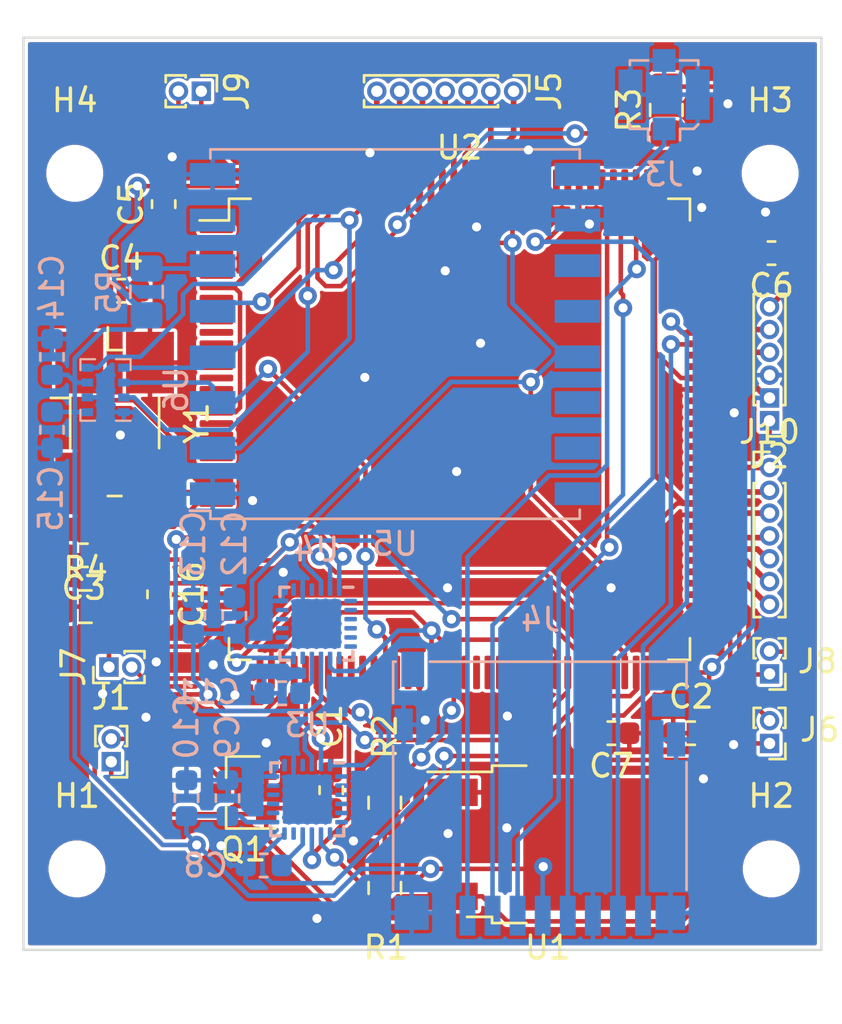
<source format=kicad_pcb>
(kicad_pcb (version 20171130) (host pcbnew 5.1.4)
  (layers (0 F.Cu signal) (31 B.Cu signal) (34 B.Paste user) (35 F.Paste user) (36 B.SilkS user) (37 F.SilkS user) (38 B.Mask user) (39 F.Mask user) (44 Edge.Cuts user))
  (net 0 "")
  (net 1 VCC)
  (net 2 GND)
  (net 3 +1V8)
  (net 4 "Net-(C3-Pad1)")
  (net 5 "Net-(C4-Pad1)")
  (net 6 VCAP2)
  (net 7 VCAP1)
  (net 8 "Net-(C8-Pad1)")
  (net 9 "Net-(C11-Pad1)")
  (net 10 SWDIO)
  (net 11 SWCLK)
  (net 12 "Net-(J2-Pad6)")
  (net 13 "Net-(J3-Pad1)")
  (net 14 SDMMC1_D1)
  (net 15 "Net-(J4-Pad9)")
  (net 16 SDMMC1_D0)
  (net 17 SDMMC1_CK)
  (net 18 SDMMC1_CMD)
  (net 19 SDMMC1_D3)
  (net 20 SDMMC1_D2)
  (net 21 "Net-(J4-Pad10)")
  (net 22 "Net-(J5-Pad1)")
  (net 23 "Net-(J5-Pad2)")
  (net 24 "Net-(J5-Pad3)")
  (net 25 "Net-(J5-Pad4)")
  (net 26 "Net-(J5-Pad5)")
  (net 27 "Net-(J5-Pad6)")
  (net 28 "Net-(J5-Pad7)")
  (net 29 I2C1_SCL)
  (net 30 I2C1_SDA)
  (net 31 USART3_TX)
  (net 32 USART3_RX)
  (net 33 USART2_TX)
  (net 34 USART2_RX)
  (net 35 USART1_TX)
  (net 36 USART1_RX)
  (net 37 BAT_SCALED)
  (net 38 "Net-(R3-Pad1)")
  (net 39 "Net-(R4-Pad2)")
  (net 40 "Net-(R5-Pad1)")
  (net 41 "Net-(U2-Pad1)")
  (net 42 "Net-(U2-Pad2)")
  (net 43 "Net-(U2-Pad3)")
  (net 44 "Net-(U2-Pad4)")
  (net 45 "Net-(U2-Pad5)")
  (net 46 "Net-(U2-Pad7)")
  (net 47 "Net-(U2-Pad8)")
  (net 48 "Net-(U2-Pad9)")
  (net 49 "Net-(U2-Pad10)")
  (net 50 "Net-(U2-Pad11)")
  (net 51 "Net-(U2-Pad12)")
  (net 52 "Net-(U2-Pad13)")
  (net 53 "Net-(U2-Pad14)")
  (net 54 "Net-(U2-Pad15)")
  (net 55 "Net-(U2-Pad18)")
  (net 56 "Net-(U2-Pad19)")
  (net 57 "Net-(U2-Pad20)")
  (net 58 "Net-(U2-Pad21)")
  (net 59 "Net-(U2-Pad22)")
  (net 60 "Net-(U2-Pad26)")
  (net 61 SPI2_MOSI)
  (net 62 SPI2_MISO)
  (net 63 "Net-(U2-Pad29)")
  (net 64 "Net-(U2-Pad34)")
  (net 65 "Net-(U2-Pad35)")
  (net 66 "Net-(U2-Pad40)")
  (net 67 SPI1_CLK)
  (net 68 SPI1_MISO)
  (net 69 SPI1_MOSI)
  (net 70 "Net-(U2-Pad44)")
  (net 71 "Net-(U2-Pad45)")
  (net 72 "Net-(U2-Pad46)")
  (net 73 "Net-(U2-Pad47)")
  (net 74 SPI3_MOSI)
  (net 75 "Net-(U2-Pad49)")
  (net 76 "Net-(U2-Pad50)")
  (net 77 "Net-(U2-Pad53)")
  (net 78 "Net-(U2-Pad55)")
  (net 79 "Net-(U2-Pad58)")
  (net 80 "Net-(U2-Pad59)")
  (net 81 "Net-(U2-Pad60)")
  (net 82 CS_IMU2)
  (net 83 CS_IMU1)
  (net 84 INT_IMU2)
  (net 85 INT_IMU1)
  (net 86 "Net-(U2-Pad67)")
  (net 87 "Net-(U2-Pad68)")
  (net 88 SPI2_CLK)
  (net 89 "Net-(U2-Pad73)")
  (net 90 "Net-(U2-Pad74)")
  (net 91 "Net-(U2-Pad96)")
  (net 92 "Net-(U2-Pad97)")
  (net 93 "Net-(U2-Pad100)")
  (net 94 "Net-(U2-Pad101)")
  (net 95 "Net-(U2-Pad102)")
  (net 96 "Net-(U2-Pad103)")
  (net 97 "Net-(U2-Pad104)")
  (net 98 "Net-(U2-Pad110)")
  (net 99 "Net-(U2-Pad114)")
  (net 100 "Net-(U2-Pad115)")
  (net 101 "Net-(U2-Pad117)")
  (net 102 "Net-(U2-Pad118)")
  (net 103 "Net-(U2-Pad119)")
  (net 104 "Net-(U2-Pad122)")
  (net 105 "Net-(U2-Pad123)")
  (net 106 SPI3_CLK)
  (net 107 SPI3_MISO)
  (net 108 "Net-(U2-Pad135)")
  (net 109 CS_BARO)
  (net 110 CS_LORA)
  (net 111 "Net-(U2-Pad141)")
  (net 112 "Net-(U2-Pad142)")
  (net 113 "Net-(U2-Pad143)")
  (net 114 "Net-(U3-Pad21)")
  (net 115 "Net-(U3-Pad19)")
  (net 116 "Net-(U3-Pad17)")
  (net 117 "Net-(U3-Pad16)")
  (net 118 "Net-(U3-Pad15)")
  (net 119 "Net-(U3-Pad14)")
  (net 120 "Net-(U3-Pad11)")
  (net 121 "Net-(U3-Pad7)")
  (net 122 "Net-(U3-Pad6)")
  (net 123 "Net-(U3-Pad5)")
  (net 124 "Net-(U3-Pad4)")
  (net 125 "Net-(U3-Pad3)")
  (net 126 "Net-(U3-Pad2)")
  (net 127 "Net-(U3-Pad1)")
  (net 128 "Net-(U4-Pad1)")
  (net 129 "Net-(U4-Pad2)")
  (net 130 "Net-(U4-Pad3)")
  (net 131 "Net-(U4-Pad4)")
  (net 132 "Net-(U4-Pad5)")
  (net 133 "Net-(U4-Pad6)")
  (net 134 "Net-(U4-Pad7)")
  (net 135 "Net-(U4-Pad11)")
  (net 136 "Net-(U4-Pad14)")
  (net 137 "Net-(U4-Pad15)")
  (net 138 "Net-(U4-Pad16)")
  (net 139 "Net-(U4-Pad17)")
  (net 140 "Net-(U4-Pad19)")
  (net 141 "Net-(U4-Pad21)")
  (net 142 "Net-(U5-Pad7)")
  (net 143 "Net-(U5-Pad11)")
  (net 144 "Net-(U5-Pad12)")
  (net 145 "Net-(U5-Pad14)")
  (net 146 "Net-(U5-Pad15)")
  (net 147 "Net-(U5-Pad16)")
  (net 148 "Net-(C16-Pad1)")
  (net 149 "Net-(J1-Pad2)")
  (net 150 "Net-(U2-Pad56)")
  (net 151 "Net-(U2-Pad57)")
  (net 152 "Net-(U2-Pad87)")
  (net 153 "Net-(U2-Pad88)")
  (net 154 "Net-(U2-Pad89)")
  (net 155 "Net-(U2-Pad90)")
  (net 156 "Net-(U2-Pad91)")
  (net 157 "Net-(U2-Pad92)")
  (net 158 "Net-(U2-Pad93)")
  (net 159 "Net-(J10-Pad1)")
  (net 160 "Net-(J10-Pad2)")
  (net 161 "Net-(J10-Pad3)")
  (net 162 "Net-(J10-Pad4)")
  (net 163 "Net-(J10-Pad5)")
  (net 164 "Net-(J10-Pad6)")
  (net 165 "Net-(J10-Pad7)")
  (module Capacitor_SMD:C_0603_1608Metric (layer F.Cu) (at 110.5625 74.55 180)
    (fp_text reference C6 (at 0 -1.43) (layer F.SilkS))
    (fp_text value 2.2uF)
    (pad 2 smd roundrect (at 0.7875 0 180) (size 0.875 0.95) (layers F.Cu F.Paste F.Mask) (net 6 VCAP2))
    (pad 1 smd roundrect (at -0.7875 0 180) (size 0.875 0.95) (layers F.Cu F.Paste F.Mask) (net 2 GND))
  )
  (module RF_Module:HOPERF_RFM9XW_SMD (layer B.Cu) (at 94.05 78.1)
    (fp_text reference U5 (at 0 9.2) (layer B.SilkS) (effects (justify mirror)))
    (fp_text value RFM95W-868S2)
    (pad 1 smd rect (at -8 7) (size 2 1) (layers B.Cu B.Paste B.Mask) (net 2 GND))
    (pad 2 smd rect (at -8 5) (size 2 1) (layers B.Cu B.Paste B.Mask) (net 107 SPI3_MISO))
    (pad 3 smd rect (at -8 3) (size 2 1) (layers B.Cu B.Paste B.Mask) (net 74 SPI3_MOSI))
    (pad 4 smd rect (at -8 1) (size 2 1) (layers B.Cu B.Paste B.Mask) (net 106 SPI3_CLK))
    (pad 5 smd rect (at -8 -1) (size 2 1) (layers B.Cu B.Paste B.Mask) (net 110 CS_LORA))
    (pad 6 smd rect (at -8 -3) (size 2 1) (layers B.Cu B.Paste B.Mask) (net 40 "Net-(R5-Pad1)"))
    (pad 7 smd rect (at -8 -5) (size 2 1) (layers B.Cu B.Paste B.Mask) (net 142 "Net-(U5-Pad7)"))
    (pad 8 smd rect (at -8 -7) (size 2 1) (layers B.Cu B.Paste B.Mask) (net 2 GND))
    (pad 9 smd rect (at 8 -7) (size 2 1) (layers B.Cu B.Paste B.Mask) (net 13 "Net-(J3-Pad1)"))
    (pad 10 smd rect (at 8 -5) (size 2 1) (layers B.Cu B.Paste B.Mask) (net 2 GND))
    (pad 11 smd rect (at 8 -3) (size 2 1) (layers B.Cu B.Paste B.Mask) (net 143 "Net-(U5-Pad11)"))
    (pad 12 smd rect (at 8 -1) (size 2 1) (layers B.Cu B.Paste B.Mask) (net 144 "Net-(U5-Pad12)"))
    (pad 13 smd rect (at 8 1) (size 2 1) (layers B.Cu B.Paste B.Mask) (net 3 +1V8))
    (pad 14 smd rect (at 8 3) (size 2 1) (layers B.Cu B.Paste B.Mask) (net 145 "Net-(U5-Pad14)"))
    (pad 15 smd rect (at 8 5) (size 2 1) (layers B.Cu B.Paste B.Mask) (net 146 "Net-(U5-Pad15)"))
    (pad 16 smd rect (at 8 7) (size 2 1) (layers B.Cu B.Paste B.Mask) (net 147 "Net-(U5-Pad16)"))
  )
  (module Connector_Coaxial:U.FL_Molex_MCRF_73412-0110_Vertical (layer B.Cu) (at 105.85 67.6 180)
    (fp_text reference J3 (at 0 -3.5) (layer B.SilkS) (effects (justify mirror)))
    (fp_text value Conn_Coaxial)
    (pad 2 smd rect (at -1.475 0 180) (size 1.05 2.2) (layers B.Cu B.Paste B.Mask) (net 2 GND))
    (pad 2 smd rect (at 1.475 0 180) (size 1.05 2.2) (layers B.Cu B.Paste B.Mask) (net 2 GND))
    (pad 2 smd rect (at 0 1.5 180) (size 1 1) (layers B.Cu B.Paste B.Mask) (net 2 GND))
    (pad 1 smd rect (at 0 -1.5 180) (size 1 1) (layers B.Cu B.Paste B.Mask) (net 13 "Net-(J3-Pad1)"))
  )
  (module Connector_Card:microSD_HC_Hirose_DM3D-SF (layer B.Cu) (at 100.4 98.25 180)
    (fp_text reference J4 (at -0.025 7.625) (layer B.SilkS) (effects (justify mirror)))
    (fp_text value Micro_SD_Card_Det)
    (pad 8 smd rect (at -4.525 -5.35 180) (size 0.7 1.75) (layers B.Cu B.Paste B.Mask) (net 14 SDMMC1_D1))
    (pad 11 smd rect (at -5.725 -5.225 180) (size 1.3 1.5) (layers B.Cu B.Paste B.Mask) (net 2 GND))
    (pad 11 smd rect (at -5.975 2.375 180) (size 0.8 1.5) (layers B.Cu B.Paste B.Mask) (net 2 GND))
    (pad 9 smd rect (at -5.65 3.875 180) (size 1.45 1) (layers B.Cu B.Paste B.Mask) (net 15 "Net-(J4-Pad9)"))
    (pad 11 smd rect (at 5.975 3.025 180) (size 0.8 1.4) (layers B.Cu B.Paste B.Mask) (net 2 GND))
    (pad 7 smd rect (at -3.425 -5.35 180) (size 0.7 1.75) (layers B.Cu B.Paste B.Mask) (net 16 SDMMC1_D0))
    (pad 6 smd rect (at -2.325 -5.35 180) (size 0.7 1.75) (layers B.Cu B.Paste B.Mask) (net 2 GND))
    (pad 5 smd rect (at -1.225 -5.35 180) (size 0.7 1.75) (layers B.Cu B.Paste B.Mask) (net 17 SDMMC1_CK))
    (pad 4 smd rect (at -0.125 -5.35 180) (size 0.7 1.75) (layers B.Cu B.Paste B.Mask) (net 3 +1V8))
    (pad 3 smd rect (at 0.975 -5.35 180) (size 0.7 1.75) (layers B.Cu B.Paste B.Mask) (net 18 SDMMC1_CMD))
    (pad 2 smd rect (at 2.075 -5.35 180) (size 0.7 1.75) (layers B.Cu B.Paste B.Mask) (net 19 SDMMC1_D3))
    (pad 1 smd rect (at 3.175 -5.35 180) (size 0.7 1.75) (layers B.Cu B.Paste B.Mask) (net 20 SDMMC1_D2))
    (pad 11 smd rect (at 5.625 -5.225 180) (size 1.5 1.5) (layers B.Cu B.Paste B.Mask) (net 2 GND))
    (pad 10 smd rect (at 5.575 5.45 180) (size 1 1.55) (layers B.Cu B.Paste B.Mask) (net 21 "Net-(J4-Pad10)"))
  )
  (module Capacitor_SMD:C_0603_1608Metric (layer B.Cu) (at 84.9 98.45 90)
    (fp_text reference C10 (at 3.15 0 270) (layer B.SilkS) (effects (justify mirror)))
    (fp_text value 100nF)
    (pad 2 smd roundrect (at 0.7875 0 90) (size 0.875 0.95) (layers B.Cu B.Paste B.Mask) (net 2 GND))
    (pad 1 smd roundrect (at -0.7875 0 90) (size 0.875 0.95) (layers B.Cu B.Paste B.Mask) (net 3 +1V8))
  )
  (module Capacitor_SMD:C_0603_1608Metric (layer B.Cu) (at 86.7 98.45 90)
    (fp_text reference C9 (at 2.7 0 90) (layer B.SilkS) (effects (justify mirror)))
    (fp_text value 100nF)
    (pad 1 smd roundrect (at -0.7875 0 90) (size 0.875 0.95) (layers B.Cu B.Paste B.Mask) (net 3 +1V8))
    (pad 2 smd roundrect (at 0.7875 0 90) (size 0.875 0.95) (layers B.Cu B.Paste B.Mask) (net 2 GND))
  )
  (module Capacitor_SMD:C_0603_1608Metric (layer F.Cu) (at 91.25 98.1 90)
    (fp_text reference C1 (at 2.8 -0.05 90) (layer F.SilkS))
    (fp_text value 10uF)
    (pad 1 smd roundrect (at -0.7875 0 90) (size 0.875 0.95) (layers F.Cu F.Paste F.Mask) (net 1 VCC))
    (pad 2 smd roundrect (at 0.7875 0 90) (size 0.875 0.95) (layers F.Cu F.Paste F.Mask) (net 2 GND))
  )
  (module Capacitor_SMD:C_0603_1608Metric (layer F.Cu) (at 107.0375 95.6 180)
    (fp_text reference C2 (at 0 1.6) (layer F.SilkS))
    (fp_text value 10uF)
    (pad 2 smd roundrect (at 0.7875 0 180) (size 0.875 0.95) (layers F.Cu F.Paste F.Mask) (net 2 GND))
    (pad 1 smd roundrect (at -0.7875 0 180) (size 0.875 0.95) (layers F.Cu F.Paste F.Mask) (net 3 +1V8))
  )
  (module Capacitor_SMD:C_0603_1608Metric (layer F.Cu) (at 80.4 87.8 180)
    (fp_text reference C3 (at 0 -1.43) (layer F.SilkS))
    (fp_text value 3.9pF)
    (pad 1 smd roundrect (at -0.7875 0 180) (size 0.875 0.95) (layers F.Cu F.Paste F.Mask) (net 4 "Net-(C3-Pad1)"))
    (pad 2 smd roundrect (at 0.7875 0 180) (size 0.875 0.95) (layers F.Cu F.Paste F.Mask) (net 2 GND))
  )
  (module Capacitor_SMD:C_0603_1608Metric (layer F.Cu) (at 82.0375 76.2)
    (fp_text reference C4 (at 0 -1.43) (layer F.SilkS))
    (fp_text value 3.9pF)
    (pad 2 smd roundrect (at 0.7875 0) (size 0.875 0.95) (layers F.Cu F.Paste F.Mask) (net 2 GND))
    (pad 1 smd roundrect (at -0.7875 0) (size 0.875 0.95) (layers F.Cu F.Paste F.Mask) (net 5 "Net-(C4-Pad1)"))
  )
  (module Capacitor_SMD:C_0603_1608Metric (layer F.Cu) (at 83.9 72.4 90)
    (fp_text reference C5 (at 0 -1.43 90) (layer F.SilkS))
    (fp_text value 100nF)
    (pad 1 smd roundrect (at -0.7875 0 90) (size 0.875 0.95) (layers F.Cu F.Paste F.Mask) (net 2 GND))
    (pad 2 smd roundrect (at 0.7875 0 90) (size 0.875 0.95) (layers F.Cu F.Paste F.Mask) (net 3 +1V8))
  )
  (module Capacitor_SMD:C_0603_1608Metric (layer F.Cu) (at 103.5375 95.6 180)
    (fp_text reference C7 (at 0 -1.43) (layer F.SilkS))
    (fp_text value 2.2uF)
    (pad 2 smd roundrect (at 0.7875 0 180) (size 0.875 0.95) (layers F.Cu F.Paste F.Mask) (net 7 VCAP1))
    (pad 1 smd roundrect (at -0.7875 0 180) (size 0.875 0.95) (layers F.Cu F.Paste F.Mask) (net 2 GND))
  )
  (module Capacitor_SMD:C_0603_1608Metric (layer B.Cu) (at 88.2875 101.4 180)
    (fp_text reference C8 (at 2.55 0) (layer B.SilkS) (effects (justify mirror)))
    (fp_text value 100nF)
    (pad 1 smd roundrect (at -0.7875 0 180) (size 0.875 0.95) (layers B.Cu B.Paste B.Mask) (net 8 "Net-(C8-Pad1)"))
    (pad 2 smd roundrect (at 0.7875 0 180) (size 0.875 0.95) (layers B.Cu B.Paste B.Mask) (net 2 GND))
  )
  (module Capacitor_SMD:C_0603_1608Metric (layer B.Cu) (at 89.1 93.85 180)
    (fp_text reference C11 (at 3.3 0.05) (layer B.SilkS) (effects (justify mirror)))
    (fp_text value 100nF)
    (pad 2 smd roundrect (at 0.7875 0 180) (size 0.875 0.95) (layers B.Cu B.Paste B.Mask) (net 2 GND))
    (pad 1 smd roundrect (at -0.7875 0 180) (size 0.875 0.95) (layers B.Cu B.Paste B.Mask) (net 9 "Net-(C11-Pad1)"))
  )
  (module Capacitor_SMD:C_0603_1608Metric (layer B.Cu) (at 87 90.45 90)
    (fp_text reference C12 (at 3.15 0 270) (layer B.SilkS) (effects (justify mirror)))
    (fp_text value 100nF)
    (pad 1 smd roundrect (at -0.7875 0 90) (size 0.875 0.95) (layers B.Cu B.Paste B.Mask) (net 3 +1V8))
    (pad 2 smd roundrect (at 0.7875 0 90) (size 0.875 0.95) (layers B.Cu B.Paste B.Mask) (net 2 GND))
  )
  (module Capacitor_SMD:C_0603_1608Metric (layer B.Cu) (at 85.2 90.45 90)
    (fp_text reference C13 (at 3.15 0 270) (layer B.SilkS) (effects (justify mirror)))
    (fp_text value 100nF)
    (pad 1 smd roundrect (at -0.7875 0 90) (size 0.875 0.95) (layers B.Cu B.Paste B.Mask) (net 3 +1V8))
    (pad 2 smd roundrect (at 0.7875 0 90) (size 0.875 0.95) (layers B.Cu B.Paste B.Mask) (net 2 GND))
  )
  (module Capacitor_SMD:C_0603_1608Metric (layer B.Cu) (at 79 79.1 90)
    (fp_text reference C14 (at 3.05 0 90) (layer B.SilkS) (effects (justify mirror)))
    (fp_text value 100nF)
    (pad 1 smd roundrect (at -0.7875 0 90) (size 0.875 0.95) (layers B.Cu B.Paste B.Mask) (net 3 +1V8))
    (pad 2 smd roundrect (at 0.7875 0 90) (size 0.875 0.95) (layers B.Cu B.Paste B.Mask) (net 2 GND))
  )
  (module Capacitor_SMD:C_0603_1608Metric (layer B.Cu) (at 79 82.3 270)
    (fp_text reference C15 (at 3.0125 0.05 90) (layer B.SilkS) (effects (justify mirror)))
    (fp_text value 100nF)
    (pad 2 smd roundrect (at 0.7875 0 270) (size 0.875 0.95) (layers B.Cu B.Paste B.Mask) (net 2 GND))
    (pad 1 smd roundrect (at -0.7875 0 270) (size 0.875 0.95) (layers B.Cu B.Paste B.Mask) (net 3 +1V8))
  )
  (module Connector_PinHeader_1.00mm:PinHeader_1x02_P1.00mm_Vertical (layer F.Cu) (at 81.6 96.85 180)
    (fp_text reference J1 (at 0 2.8) (layer F.SilkS))
    (fp_text value Conn_01x02_Male)
    (pad 1 thru_hole rect (at 0 0 180) (size 0.85 0.85) (drill 0.5) (layers *.Cu *.Mask) (net 1 VCC))
    (pad 2 thru_hole oval (at 0 1 180) (size 0.85 0.85) (drill 0.5) (layers *.Cu *.Mask) (net 149 "Net-(J1-Pad2)"))
  )
  (module Connector_PinHeader_1.00mm:PinHeader_1x06_P1.00mm_Vertical (layer F.Cu) (at 110.475 81.9 180)
    (fp_text reference J2 (at 0 -1.56) (layer F.SilkS))
    (fp_text value Conn_01x06_Male)
    (pad 1 thru_hole rect (at 0 0 180) (size 0.85 0.85) (drill 0.5) (layers *.Cu *.Mask) (net 1 VCC))
    (pad 2 thru_hole custom (at 0 1 180) (size 0.85 0.85) (drill 0.5) (layers *.Cu *.Mask) (net 3 +1V8) (options (clearance outline) (anchor rect)) (primitives))
    (pad 3 thru_hole oval (at 0 2 180) (size 0.85 0.85) (drill 0.5) (layers *.Cu *.Mask) (net 2 GND))
    (pad 4 thru_hole oval (at 0 3 180) (size 0.85 0.85) (drill 0.5) (layers *.Cu *.Mask) (net 10 SWDIO))
    (pad 5 thru_hole oval (at 0 4 180) (size 0.85 0.85) (drill 0.5) (layers *.Cu *.Mask) (net 11 SWCLK))
    (pad 6 thru_hole oval (at 0 5 180) (size 0.85 0.85) (drill 0.5) (layers *.Cu *.Mask) (net 12 "Net-(J2-Pad6)"))
  )
  (module Resistor_SMD:R_0805_2012Metric (layer F.Cu) (at 93.6 102.3875 90)
    (fp_text reference R1 (at -2.6125 0.05 180) (layer F.SilkS))
    (fp_text value 15K)
    (pad 2 smd roundrect (at 0.9375 0 90) (size 0.975 1.4) (layers F.Cu F.Paste F.Mask) (net 37 BAT_SCALED))
    (pad 1 smd roundrect (at -0.9375 0 90) (size 0.975 1.4) (layers F.Cu F.Paste F.Mask) (net 1 VCC))
  )
  (module Resistor_SMD:R_0805_2012Metric (layer F.Cu) (at 93.6 98.65 90)
    (fp_text reference R2 (at 2.9 0 90) (layer F.SilkS))
    (fp_text value 1.5K)
    (pad 1 smd roundrect (at -0.9375 0 90) (size 0.975 1.4) (layers F.Cu F.Paste F.Mask) (net 37 BAT_SCALED))
    (pad 2 smd roundrect (at 0.9375 0 90) (size 0.975 1.4) (layers F.Cu F.Paste F.Mask) (net 2 GND))
  )
  (module Resistor_SMD:R_0805_2012Metric_Pad1.15x1.40mm_HandSolder (layer F.Cu) (at 105.95 68.275 90)
    (fp_text reference R3 (at 0 -1.65 90) (layer F.SilkS))
    (fp_text value 10K)
    (pad 1 smd roundrect (at -1.025 0 90) (size 1.15 1.4) (layers F.Cu F.Paste F.Mask) (roundrect_rratio 0.217391) (net 38 "Net-(R3-Pad1)"))
    (pad 2 smd roundrect (at 1.025 0 90) (size 1.15 1.4) (layers F.Cu F.Paste F.Mask) (roundrect_rratio 0.217391) (net 12 "Net-(J2-Pad6)"))
  )
  (module Resistor_SMD:R_0805_2012Metric_Pad1.15x1.40mm_HandSolder (layer F.Cu) (at 80.475 90.05)
    (fp_text reference R4 (at 0 -1.65) (layer F.SilkS))
    (fp_text value 10K)
    (pad 2 smd roundrect (at 1.025 0) (size 1.15 1.4) (layers F.Cu F.Paste F.Mask) (roundrect_rratio 0.217391) (net 39 "Net-(R4-Pad2)"))
    (pad 1 smd roundrect (at -1.025 0) (size 1.15 1.4) (layers F.Cu F.Paste F.Mask) (roundrect_rratio 0.217391) (net 2 GND))
  )
  (module Resistor_SMD:R_0805_2012Metric_Pad1.15x1.40mm_HandSolder (layer B.Cu) (at 83.15 76.25 270)
    (fp_text reference R5 (at 0 1.65 90) (layer B.SilkS) (effects (justify mirror)))
    (fp_text value 10k)
    (pad 1 smd roundrect (at -1.025 0 270) (size 1.15 1.4) (layers B.Cu B.Paste B.Mask) (roundrect_rratio 0.217391) (net 40 "Net-(R5-Pad1)"))
    (pad 2 smd roundrect (at 1.025 0 270) (size 1.15 1.4) (layers B.Cu B.Paste B.Mask) (roundrect_rratio 0.217391) (net 3 +1V8))
  )
  (module Package_TO_SOT_SMD:TO-252-2 (layer F.Cu) (at 100.775001 100.475001)
    (fp_text reference U1 (at -0.025001 4.524999) (layer F.SilkS))
    (fp_text value NCP1117-1.8_TO252)
    (pad 1 smd rect (at -4.2 -2.28) (size 2.2 1.2) (layers F.Cu F.Paste F.Mask) (net 2 GND))
    (pad 3 smd rect (at -4.2 2.28) (size 2.2 1.2) (layers F.Cu F.Paste F.Mask) (net 1 VCC))
    (pad 2 smd rect (at 2.1 0) (size 6.4 5.8) (layers F.Cu F.Mask) (net 3 +1V8))
  )
  (module Package_QFP:LQFP-144_20x20mm_P0.5mm (layer F.Cu) (at 96.875001 82.275001)
    (fp_text reference U2 (at 0 -12.35) (layer F.SilkS))
    (fp_text value STM32H743ZITx)
    (pad 1 smd roundrect (at -10.6625 -8.75) (size 1.475 0.3) (layers F.Cu F.Paste F.Mask) (net 41 "Net-(U2-Pad1)"))
    (pad 2 smd roundrect (at -10.6625 -8.25) (size 1.475 0.3) (layers F.Cu F.Paste F.Mask) (net 42 "Net-(U2-Pad2)"))
    (pad 3 smd roundrect (at -10.6625 -7.75) (size 1.475 0.3) (layers F.Cu F.Paste F.Mask) (net 43 "Net-(U2-Pad3)"))
    (pad 4 smd roundrect (at -10.6625 -7.25) (size 1.475 0.3) (layers F.Cu F.Paste F.Mask) (net 44 "Net-(U2-Pad4)"))
    (pad 5 smd roundrect (at -10.6625 -6.75) (size 1.475 0.3) (layers F.Cu F.Paste F.Mask) (net 45 "Net-(U2-Pad5)"))
    (pad 6 smd roundrect (at -10.6625 -6.25) (size 1.475 0.3) (layers F.Cu F.Paste F.Mask) (net 3 +1V8))
    (pad 7 smd roundrect (at -10.6625 -5.75) (size 1.475 0.3) (layers F.Cu F.Paste F.Mask) (net 46 "Net-(U2-Pad7)"))
    (pad 8 smd roundrect (at -10.6625 -5.25) (size 1.475 0.3) (layers F.Cu F.Paste F.Mask) (net 47 "Net-(U2-Pad8)"))
    (pad 9 smd roundrect (at -10.6625 -4.75) (size 1.475 0.3) (layers F.Cu F.Paste F.Mask) (net 48 "Net-(U2-Pad9)"))
    (pad 10 smd roundrect (at -10.6625 -4.25) (size 1.475 0.3) (layers F.Cu F.Paste F.Mask) (net 49 "Net-(U2-Pad10)"))
    (pad 11 smd roundrect (at -10.6625 -3.75) (size 1.475 0.3) (layers F.Cu F.Paste F.Mask) (net 50 "Net-(U2-Pad11)"))
    (pad 12 smd roundrect (at -10.6625 -3.25) (size 1.475 0.3) (layers F.Cu F.Paste F.Mask) (net 51 "Net-(U2-Pad12)"))
    (pad 13 smd roundrect (at -10.6625 -2.75) (size 1.475 0.3) (layers F.Cu F.Paste F.Mask) (net 52 "Net-(U2-Pad13)"))
    (pad 14 smd roundrect (at -10.6625 -2.25) (size 1.475 0.3) (layers F.Cu F.Paste F.Mask) (net 53 "Net-(U2-Pad14)"))
    (pad 15 smd roundrect (at -10.6625 -1.75) (size 1.475 0.3) (layers F.Cu F.Paste F.Mask) (net 54 "Net-(U2-Pad15)"))
    (pad 16 smd roundrect (at -10.6625 -1.25) (size 1.475 0.3) (layers F.Cu F.Paste F.Mask) (net 2 GND))
    (pad 17 smd roundrect (at -10.6625 -0.75) (size 1.475 0.3) (layers F.Cu F.Paste F.Mask) (net 3 +1V8))
    (pad 18 smd roundrect (at -10.6625 -0.25) (size 1.475 0.3) (layers F.Cu F.Paste F.Mask) (net 55 "Net-(U2-Pad18)"))
    (pad 19 smd roundrect (at -10.6625 0.25) (size 1.475 0.3) (layers F.Cu F.Paste F.Mask) (net 56 "Net-(U2-Pad19)"))
    (pad 20 smd roundrect (at -10.6625 0.75) (size 1.475 0.3) (layers F.Cu F.Paste F.Mask) (net 57 "Net-(U2-Pad20)"))
    (pad 21 smd roundrect (at -10.6625 1.25) (size 1.475 0.3) (layers F.Cu F.Paste F.Mask) (net 58 "Net-(U2-Pad21)"))
    (pad 22 smd roundrect (at -10.6625 1.75) (size 1.475 0.3) (layers F.Cu F.Paste F.Mask) (net 59 "Net-(U2-Pad22)"))
    (pad 23 smd roundrect (at -10.6625 2.25) (size 1.475 0.3) (layers F.Cu F.Paste F.Mask) (net 5 "Net-(C4-Pad1)"))
    (pad 24 smd roundrect (at -10.6625 2.75) (size 1.475 0.3) (layers F.Cu F.Paste F.Mask) (net 4 "Net-(C3-Pad1)"))
    (pad 25 smd roundrect (at -10.6625 3.25) (size 1.475 0.3) (layers F.Cu F.Paste F.Mask) (net 39 "Net-(R4-Pad2)"))
    (pad 26 smd roundrect (at -10.6625 3.75) (size 1.475 0.3) (layers F.Cu F.Paste F.Mask) (net 60 "Net-(U2-Pad26)"))
    (pad 27 smd roundrect (at -10.6625 4.25) (size 1.475 0.3) (layers F.Cu F.Paste F.Mask) (net 61 SPI2_MOSI))
    (pad 28 smd roundrect (at -10.6625 4.75) (size 1.475 0.3) (layers F.Cu F.Paste F.Mask) (net 62 SPI2_MISO))
    (pad 29 smd roundrect (at -10.6625 5.25) (size 1.475 0.3) (layers F.Cu F.Paste F.Mask) (net 63 "Net-(U2-Pad29)"))
    (pad 30 smd roundrect (at -10.6625 5.75) (size 1.475 0.3) (layers F.Cu F.Paste F.Mask) (net 3 +1V8))
    (pad 31 smd roundrect (at -10.6625 6.25) (size 1.475 0.3) (layers F.Cu F.Paste F.Mask) (net 2 GND))
    (pad 32 smd roundrect (at -10.6625 6.75) (size 1.475 0.3) (layers F.Cu F.Paste F.Mask) (net 148 "Net-(C16-Pad1)"))
    (pad 33 smd roundrect (at -10.6625 7.25) (size 1.475 0.3) (layers F.Cu F.Paste F.Mask) (net 3 +1V8))
    (pad 34 smd roundrect (at -10.6625 7.75) (size 1.475 0.3) (layers F.Cu F.Paste F.Mask) (net 64 "Net-(U2-Pad34)"))
    (pad 35 smd roundrect (at -10.6625 8.25) (size 1.475 0.3) (layers F.Cu F.Paste F.Mask) (net 65 "Net-(U2-Pad35)"))
    (pad 36 smd roundrect (at -10.6625 8.75) (size 1.475 0.3) (layers F.Cu F.Paste F.Mask) (net 33 USART2_TX))
    (pad 37 smd roundrect (at -8.75 10.6625) (size 0.3 1.475) (layers F.Cu F.Paste F.Mask) (net 34 USART2_RX))
    (pad 38 smd roundrect (at -8.25 10.6625) (size 0.3 1.475) (layers F.Cu F.Paste F.Mask) (net 2 GND))
    (pad 39 smd roundrect (at -7.75 10.6625) (size 0.3 1.475) (layers F.Cu F.Paste F.Mask) (net 3 +1V8))
    (pad 40 smd roundrect (at -7.25 10.6625) (size 0.3 1.475) (layers F.Cu F.Paste F.Mask) (net 66 "Net-(U2-Pad40)"))
    (pad 41 smd roundrect (at -6.75 10.6625) (size 0.3 1.475) (layers F.Cu F.Paste F.Mask) (net 67 SPI1_CLK))
    (pad 42 smd roundrect (at -6.25 10.6625) (size 0.3 1.475) (layers F.Cu F.Paste F.Mask) (net 68 SPI1_MISO))
    (pad 43 smd roundrect (at -5.75 10.6625) (size 0.3 1.475) (layers F.Cu F.Paste F.Mask) (net 69 SPI1_MOSI))
    (pad 44 smd roundrect (at -5.25 10.6625) (size 0.3 1.475) (layers F.Cu F.Paste F.Mask) (net 70 "Net-(U2-Pad44)"))
    (pad 45 smd roundrect (at -4.75 10.6625) (size 0.3 1.475) (layers F.Cu F.Paste F.Mask) (net 71 "Net-(U2-Pad45)"))
    (pad 46 smd roundrect (at -4.25 10.6625) (size 0.3 1.475) (layers F.Cu F.Paste F.Mask) (net 72 "Net-(U2-Pad46)"))
    (pad 47 smd roundrect (at -3.75 10.6625) (size 0.3 1.475) (layers F.Cu F.Paste F.Mask) (net 73 "Net-(U2-Pad47)"))
    (pad 48 smd roundrect (at -3.25 10.6625) (size 0.3 1.475) (layers F.Cu F.Paste F.Mask) (net 74 SPI3_MOSI))
    (pad 49 smd roundrect (at -2.75 10.6625) (size 0.3 1.475) (layers F.Cu F.Paste F.Mask) (net 75 "Net-(U2-Pad49)"))
    (pad 50 smd roundrect (at -2.25 10.6625) (size 0.3 1.475) (layers F.Cu F.Paste F.Mask) (net 76 "Net-(U2-Pad50)"))
    (pad 51 smd roundrect (at -1.75 10.6625) (size 0.3 1.475) (layers F.Cu F.Paste F.Mask) (net 2 GND))
    (pad 52 smd roundrect (at -1.25 10.6625) (size 0.3 1.475) (layers F.Cu F.Paste F.Mask) (net 3 +1V8))
    (pad 53 smd roundrect (at -0.75 10.6625) (size 0.3 1.475) (layers F.Cu F.Paste F.Mask) (net 77 "Net-(U2-Pad53)"))
    (pad 54 smd roundrect (at -0.25 10.6625) (size 0.3 1.475) (layers F.Cu F.Paste F.Mask) (net 37 BAT_SCALED))
    (pad 55 smd roundrect (at 0.25 10.6625) (size 0.3 1.475) (layers F.Cu F.Paste F.Mask) (net 78 "Net-(U2-Pad55)"))
    (pad 56 smd roundrect (at 0.75 10.6625) (size 0.3 1.475) (layers F.Cu F.Paste F.Mask) (net 150 "Net-(U2-Pad56)"))
    (pad 57 smd roundrect (at 1.25 10.6625) (size 0.3 1.475) (layers F.Cu F.Paste F.Mask) (net 151 "Net-(U2-Pad57)"))
    (pad 58 smd roundrect (at 1.75 10.6625) (size 0.3 1.475) (layers F.Cu F.Paste F.Mask) (net 79 "Net-(U2-Pad58)"))
    (pad 59 smd roundrect (at 2.25 10.6625) (size 0.3 1.475) (layers F.Cu F.Paste F.Mask) (net 80 "Net-(U2-Pad59)"))
    (pad 60 smd roundrect (at 2.75 10.6625) (size 0.3 1.475) (layers F.Cu F.Paste F.Mask) (net 81 "Net-(U2-Pad60)"))
    (pad 61 smd roundrect (at 3.25 10.6625) (size 0.3 1.475) (layers F.Cu F.Paste F.Mask) (net 2 GND))
    (pad 62 smd roundrect (at 3.75 10.6625) (size 0.3 1.475) (layers F.Cu F.Paste F.Mask) (net 3 +1V8))
    (pad 63 smd roundrect (at 4.25 10.6625) (size 0.3 1.475) (layers F.Cu F.Paste F.Mask) (net 82 CS_IMU2))
    (pad 64 smd roundrect (at 4.75 10.6625) (size 0.3 1.475) (layers F.Cu F.Paste F.Mask) (net 83 CS_IMU1))
    (pad 65 smd roundrect (at 5.25 10.6625) (size 0.3 1.475) (layers F.Cu F.Paste F.Mask) (net 84 INT_IMU2))
    (pad 66 smd roundrect (at 5.75 10.6625) (size 0.3 1.475) (layers F.Cu F.Paste F.Mask) (net 85 INT_IMU1))
    (pad 67 smd roundrect (at 6.25 10.6625) (size 0.3 1.475) (layers F.Cu F.Paste F.Mask) (net 86 "Net-(U2-Pad67)"))
    (pad 68 smd roundrect (at 6.75 10.6625) (size 0.3 1.475) (layers F.Cu F.Paste F.Mask) (net 87 "Net-(U2-Pad68)"))
    (pad 69 smd roundrect (at 7.25 10.6625) (size 0.3 1.475) (layers F.Cu F.Paste F.Mask) (net 88 SPI2_CLK))
    (pad 70 smd roundrect (at 7.75 10.6625) (size 0.3 1.475) (layers F.Cu F.Paste F.Mask) (net 32 USART3_RX))
    (pad 71 smd roundrect (at 8.25 10.6625) (size 0.3 1.475) (layers F.Cu F.Paste F.Mask) (net 7 VCAP1))
    (pad 72 smd roundrect (at 8.75 10.6625) (size 0.3 1.475) (layers F.Cu F.Paste F.Mask) (net 3 +1V8))
    (pad 73 smd roundrect (at 10.6625 8.75) (size 1.475 0.3) (layers F.Cu F.Paste F.Mask) (net 89 "Net-(U2-Pad73)"))
    (pad 74 smd roundrect (at 10.6625 8.25) (size 1.475 0.3) (layers F.Cu F.Paste F.Mask) (net 90 "Net-(U2-Pad74)"))
    (pad 75 smd roundrect (at 10.6625 7.75) (size 1.475 0.3) (layers F.Cu F.Paste F.Mask) (net 35 USART1_TX))
    (pad 76 smd roundrect (at 10.6625 7.25) (size 1.475 0.3) (layers F.Cu F.Paste F.Mask) (net 36 USART1_RX))
    (pad 77 smd roundrect (at 10.6625 6.75) (size 1.475 0.3) (layers F.Cu F.Paste F.Mask) (net 31 USART3_TX))
    (pad 78 smd roundrect (at 10.6625 6.25) (size 1.475 0.3) (layers F.Cu F.Paste F.Mask) (net 165 "Net-(J10-Pad7)"))
    (pad 79 smd roundrect (at 10.6625 5.75) (size 1.475 0.3) (layers F.Cu F.Paste F.Mask) (net 164 "Net-(J10-Pad6)"))
    (pad 80 smd roundrect (at 10.6625 5.25) (size 1.475 0.3) (layers F.Cu F.Paste F.Mask) (net 163 "Net-(J10-Pad5)"))
    (pad 81 smd roundrect (at 10.6625 4.75) (size 1.475 0.3) (layers F.Cu F.Paste F.Mask) (net 162 "Net-(J10-Pad4)"))
    (pad 82 smd roundrect (at 10.6625 4.25) (size 1.475 0.3) (layers F.Cu F.Paste F.Mask) (net 161 "Net-(J10-Pad3)"))
    (pad 83 smd roundrect (at 10.6625 3.75) (size 1.475 0.3) (layers F.Cu F.Paste F.Mask) (net 2 GND))
    (pad 84 smd roundrect (at 10.6625 3.25) (size 1.475 0.3) (layers F.Cu F.Paste F.Mask) (net 3 +1V8))
    (pad 85 smd roundrect (at 10.6625 2.75) (size 1.475 0.3) (layers F.Cu F.Paste F.Mask) (net 160 "Net-(J10-Pad2)"))
    (pad 86 smd roundrect (at 10.6625 2.25) (size 1.475 0.3) (layers F.Cu F.Paste F.Mask) (net 159 "Net-(J10-Pad1)"))
    (pad 87 smd roundrect (at 10.6625 1.75) (size 1.475 0.3) (layers F.Cu F.Paste F.Mask) (net 152 "Net-(U2-Pad87)"))
    (pad 88 smd roundrect (at 10.6625 1.25) (size 1.475 0.3) (layers F.Cu F.Paste F.Mask) (net 153 "Net-(U2-Pad88)"))
    (pad 89 smd roundrect (at 10.6625 0.75) (size 1.475 0.3) (layers F.Cu F.Paste F.Mask) (net 154 "Net-(U2-Pad89)"))
    (pad 90 smd roundrect (at 10.6625 0.25) (size 1.475 0.3) (layers F.Cu F.Paste F.Mask) (net 155 "Net-(U2-Pad90)"))
    (pad 91 smd roundrect (at 10.6625 -0.25) (size 1.475 0.3) (layers F.Cu F.Paste F.Mask) (net 156 "Net-(U2-Pad91)"))
    (pad 92 smd roundrect (at 10.6625 -0.75) (size 1.475 0.3) (layers F.Cu F.Paste F.Mask) (net 157 "Net-(U2-Pad92)"))
    (pad 93 smd roundrect (at 10.6625 -1.25) (size 1.475 0.3) (layers F.Cu F.Paste F.Mask) (net 158 "Net-(U2-Pad93)"))
    (pad 94 smd roundrect (at 10.6625 -1.75) (size 1.475 0.3) (layers F.Cu F.Paste F.Mask) (net 2 GND))
    (pad 95 smd roundrect (at 10.6625 -2.25) (size 1.475 0.3) (layers F.Cu F.Paste F.Mask) (net 3 +1V8))
    (pad 96 smd roundrect (at 10.6625 -2.75) (size 1.475 0.3) (layers F.Cu F.Paste F.Mask) (net 91 "Net-(U2-Pad96)"))
    (pad 97 smd roundrect (at 10.6625 -3.25) (size 1.475 0.3) (layers F.Cu F.Paste F.Mask) (net 92 "Net-(U2-Pad97)"))
    (pad 98 smd roundrect (at 10.6625 -3.75) (size 1.475 0.3) (layers F.Cu F.Paste F.Mask) (net 16 SDMMC1_D0))
    (pad 99 smd roundrect (at 10.6625 -4.25) (size 1.475 0.3) (layers F.Cu F.Paste F.Mask) (net 14 SDMMC1_D1))
    (pad 100 smd roundrect (at 10.6625 -4.75) (size 1.475 0.3) (layers F.Cu F.Paste F.Mask) (net 93 "Net-(U2-Pad100)"))
    (pad 101 smd roundrect (at 10.6625 -5.25) (size 1.475 0.3) (layers F.Cu F.Paste F.Mask) (net 94 "Net-(U2-Pad101)"))
    (pad 102 smd roundrect (at 10.6625 -5.75) (size 1.475 0.3) (layers F.Cu F.Paste F.Mask) (net 95 "Net-(U2-Pad102)"))
    (pad 103 smd roundrect (at 10.6625 -6.25) (size 1.475 0.3) (layers F.Cu F.Paste F.Mask) (net 96 "Net-(U2-Pad103)"))
    (pad 104 smd roundrect (at 10.6625 -6.75) (size 1.475 0.3) (layers F.Cu F.Paste F.Mask) (net 97 "Net-(U2-Pad104)"))
    (pad 105 smd roundrect (at 10.6625 -7.25) (size 1.475 0.3) (layers F.Cu F.Paste F.Mask) (net 10 SWDIO))
    (pad 106 smd roundrect (at 10.6625 -7.75) (size 1.475 0.3) (layers F.Cu F.Paste F.Mask) (net 6 VCAP2))
    (pad 107 smd roundrect (at 10.6625 -8.25) (size 1.475 0.3) (layers F.Cu F.Paste F.Mask) (net 2 GND))
    (pad 108 smd roundrect (at 10.6625 -8.75) (size 1.475 0.3) (layers F.Cu F.Paste F.Mask) (net 3 +1V8))
    (pad 109 smd roundrect (at 8.75 -10.6625) (size 0.3 1.475) (layers F.Cu F.Paste F.Mask) (net 11 SWCLK))
    (pad 110 smd roundrect (at 8.25 -10.6625) (size 0.3 1.475) (layers F.Cu F.Paste F.Mask) (net 98 "Net-(U2-Pad110)"))
    (pad 111 smd roundrect (at 7.75 -10.6625) (size 0.3 1.475) (layers F.Cu F.Paste F.Mask) (net 20 SDMMC1_D2))
    (pad 112 smd roundrect (at 7.25 -10.6625) (size 0.3 1.475) (layers F.Cu F.Paste F.Mask) (net 19 SDMMC1_D3))
    (pad 113 smd roundrect (at 6.75 -10.6625) (size 0.3 1.475) (layers F.Cu F.Paste F.Mask) (net 17 SDMMC1_CK))
    (pad 114 smd roundrect (at 6.25 -10.6625) (size 0.3 1.475) (layers F.Cu F.Paste F.Mask) (net 99 "Net-(U2-Pad114)"))
    (pad 115 smd roundrect (at 5.75 -10.6625) (size 0.3 1.475) (layers F.Cu F.Paste F.Mask) (net 100 "Net-(U2-Pad115)"))
    (pad 116 smd roundrect (at 5.25 -10.6625) (size 0.3 1.475) (layers F.Cu F.Paste F.Mask) (net 18 SDMMC1_CMD))
    (pad 117 smd roundrect (at 4.75 -10.6625) (size 0.3 1.475) (layers F.Cu F.Paste F.Mask) (net 101 "Net-(U2-Pad117)"))
    (pad 118 smd roundrect (at 4.25 -10.6625) (size 0.3 1.475) (layers F.Cu F.Paste F.Mask) (net 102 "Net-(U2-Pad118)"))
    (pad 119 smd roundrect (at 3.75 -10.6625) (size 0.3 1.475) (layers F.Cu F.Paste F.Mask) (net 103 "Net-(U2-Pad119)"))
    (pad 120 smd roundrect (at 3.25 -10.6625) (size 0.3 1.475) (layers F.Cu F.Paste F.Mask) (net 2 GND))
    (pad 121 smd roundrect (at 2.75 -10.6625) (size 0.3 1.475) (layers F.Cu F.Paste F.Mask) (net 3 +1V8))
    (pad 122 smd roundrect (at 2.25 -10.6625) (size 0.3 1.475) (layers F.Cu F.Paste F.Mask) (net 104 "Net-(U2-Pad122)"))
    (pad 123 smd roundrect (at 1.75 -10.6625) (size 0.3 1.475) (layers F.Cu F.Paste F.Mask) (net 105 "Net-(U2-Pad123)"))
    (pad 124 smd roundrect (at 1.25 -10.6625) (size 0.3 1.475) (layers F.Cu F.Paste F.Mask) (net 22 "Net-(J5-Pad1)"))
    (pad 125 smd roundrect (at 0.75 -10.6625) (size 0.3 1.475) (layers F.Cu F.Paste F.Mask) (net 23 "Net-(J5-Pad2)"))
    (pad 126 smd roundrect (at 0.25 -10.6625) (size 0.3 1.475) (layers F.Cu F.Paste F.Mask) (net 24 "Net-(J5-Pad3)"))
    (pad 127 smd roundrect (at -0.25 -10.6625) (size 0.3 1.475) (layers F.Cu F.Paste F.Mask) (net 25 "Net-(J5-Pad4)"))
    (pad 128 smd roundrect (at -0.75 -10.6625) (size 0.3 1.475) (layers F.Cu F.Paste F.Mask) (net 26 "Net-(J5-Pad5)"))
    (pad 129 smd roundrect (at -1.25 -10.6625) (size 0.3 1.475) (layers F.Cu F.Paste F.Mask) (net 27 "Net-(J5-Pad6)"))
    (pad 130 smd roundrect (at -1.75 -10.6625) (size 0.3 1.475) (layers F.Cu F.Paste F.Mask) (net 2 GND))
    (pad 131 smd roundrect (at -2.25 -10.6625) (size 0.3 1.475) (layers F.Cu F.Paste F.Mask) (net 3 +1V8))
    (pad 132 smd roundrect (at -2.75 -10.6625) (size 0.3 1.475) (layers F.Cu F.Paste F.Mask) (net 28 "Net-(J5-Pad7)"))
    (pad 133 smd roundrect (at -3.25 -10.6625) (size 0.3 1.475) (layers F.Cu F.Paste F.Mask) (net 106 SPI3_CLK))
    (pad 134 smd roundrect (at -3.75 -10.6625) (size 0.3 1.475) (layers F.Cu F.Paste F.Mask) (net 107 SPI3_MISO))
    (pad 135 smd roundrect (at -4.25 -10.6625) (size 0.3 1.475) (layers F.Cu F.Paste F.Mask) (net 108 "Net-(U2-Pad135)"))
    (pad 136 smd roundrect (at -4.75 -10.6625) (size 0.3 1.475) (layers F.Cu F.Paste F.Mask) (net 29 I2C1_SCL))
    (pad 137 smd roundrect (at -5.25 -10.6625) (size 0.3 1.475) (layers F.Cu F.Paste F.Mask) (net 30 I2C1_SDA))
    (pad 138 smd roundrect (at -5.75 -10.6625) (size 0.3 1.475) (layers F.Cu F.Paste F.Mask) (net 38 "Net-(R3-Pad1)"))
    (pad 139 smd roundrect (at -6.25 -10.6625) (size 0.3 1.475) (layers F.Cu F.Paste F.Mask) (net 109 CS_BARO))
    (pad 140 smd roundrect (at -6.75 -10.6625) (size 0.3 1.475) (layers F.Cu F.Paste F.Mask) (net 110 CS_LORA))
    (pad 141 smd roundrect (at -7.25 -10.6625) (size 0.3 1.475) (layers F.Cu F.Paste F.Mask) (net 111 "Net-(U2-Pad141)"))
    (pad 142 smd roundrect (at -7.75 -10.6625) (size 0.3 1.475) (layers F.Cu F.Paste F.Mask) (net 112 "Net-(U2-Pad142)"))
    (pad 143 smd roundrect (at -8.25 -10.6625) (size 0.3 1.475) (layers F.Cu F.Paste F.Mask) (net 113 "Net-(U2-Pad143)"))
    (pad 144 smd roundrect (at -8.75 -10.6625) (size 0.3 1.475) (layers F.Cu F.Paste F.Mask) (net 3 +1V8))
  )
  (module Sensor_Motion:InvenSense_QFN-24_3x3mm_P0.4mm (layer B.Cu) (at 90.2 98.5 180)
    (fp_text reference U3 (at 0 3.25) (layer B.SilkS) (effects (justify mirror)))
    (fp_text value ICM-20948)
    (pad 24 smd roundrect (at -1 1.5 90) (size 0.55 0.2) (layers B.Cu B.Paste B.Mask) (net 69 SPI1_MOSI))
    (pad 23 smd roundrect (at -0.6 1.5 90) (size 0.55 0.2) (layers B.Cu B.Paste B.Mask) (net 67 SPI1_CLK))
    (pad 22 smd roundrect (at -0.2 1.5 90) (size 0.55 0.2) (layers B.Cu B.Paste B.Mask) (net 83 CS_IMU1))
    (pad 21 smd roundrect (at 0.2 1.5 90) (size 0.55 0.2) (layers B.Cu B.Paste B.Mask) (net 114 "Net-(U3-Pad21)"))
    (pad 20 smd roundrect (at 0.6 1.5 90) (size 0.55 0.2) (layers B.Cu B.Paste B.Mask) (net 2 GND))
    (pad 19 smd roundrect (at 1 1.5 90) (size 0.55 0.2) (layers B.Cu B.Paste B.Mask) (net 115 "Net-(U3-Pad19)"))
    (pad 18 smd roundrect (at 1.5 1 180) (size 0.55 0.2) (layers B.Cu B.Paste B.Mask) (net 2 GND))
    (pad 17 smd roundrect (at 1.5 0.6 180) (size 0.55 0.2) (layers B.Cu B.Paste B.Mask) (net 116 "Net-(U3-Pad17)"))
    (pad 16 smd roundrect (at 1.5 0.2 180) (size 0.55 0.2) (layers B.Cu B.Paste B.Mask) (net 117 "Net-(U3-Pad16)"))
    (pad 15 smd roundrect (at 1.5 -0.2 180) (size 0.55 0.2) (layers B.Cu B.Paste B.Mask) (net 118 "Net-(U3-Pad15)"))
    (pad 14 smd roundrect (at 1.5 -0.6 180) (size 0.55 0.2) (layers B.Cu B.Paste B.Mask) (net 119 "Net-(U3-Pad14)"))
    (pad 13 smd roundrect (at 1.5 -1 180) (size 0.55 0.2) (layers B.Cu B.Paste B.Mask) (net 3 +1V8))
    (pad 12 smd roundrect (at 1 -1.5 90) (size 0.55 0.2) (layers B.Cu B.Paste B.Mask) (net 85 INT_IMU1))
    (pad 11 smd roundrect (at 0.6 -1.5 90) (size 0.55 0.2) (layers B.Cu B.Paste B.Mask) (net 120 "Net-(U3-Pad11)"))
    (pad 10 smd roundrect (at 0.2 -1.5 90) (size 0.55 0.2) (layers B.Cu B.Paste B.Mask) (net 8 "Net-(C8-Pad1)"))
    (pad 9 smd roundrect (at -0.2 -1.5 90) (size 0.55 0.2) (layers B.Cu B.Paste B.Mask) (net 68 SPI1_MISO))
    (pad 8 smd roundrect (at -0.6 -1.5 90) (size 0.55 0.2) (layers B.Cu B.Paste B.Mask) (net 3 +1V8))
    (pad 7 smd roundrect (at -1 -1.5 90) (size 0.55 0.2) (layers B.Cu B.Paste B.Mask) (net 121 "Net-(U3-Pad7)"))
    (pad 6 smd roundrect (at -1.5 -1 180) (size 0.55 0.2) (layers B.Cu B.Paste B.Mask) (net 122 "Net-(U3-Pad6)"))
    (pad 5 smd roundrect (at -1.5 -0.6 180) (size 0.55 0.2) (layers B.Cu B.Paste B.Mask) (net 123 "Net-(U3-Pad5)"))
    (pad 4 smd roundrect (at -1.5 -0.2 180) (size 0.55 0.2) (layers B.Cu B.Paste B.Mask) (net 124 "Net-(U3-Pad4)"))
    (pad 3 smd roundrect (at -1.5 0.2 180) (size 0.55 0.2) (layers B.Cu B.Paste B.Mask) (net 125 "Net-(U3-Pad3)"))
    (pad 2 smd roundrect (at -1.5 0.6 180) (size 0.55 0.2) (layers B.Cu B.Paste B.Mask) (net 126 "Net-(U3-Pad2)"))
    (pad 1 smd roundrect (at -1.5 1 180) (size 0.55 0.2) (layers B.Cu B.Paste B.Mask) (net 127 "Net-(U3-Pad1)"))
  )
  (module Sensor_Motion:InvenSense_QFN-24_3x3mm_P0.4mm (layer B.Cu) (at 90.6 90.8 180)
    (fp_text reference U4 (at 0 3.25) (layer B.SilkS) (effects (justify mirror)))
    (fp_text value ICM-20948)
    (pad 1 smd roundrect (at -1.5 1 180) (size 0.55 0.2) (layers B.Cu B.Paste B.Mask) (net 128 "Net-(U4-Pad1)"))
    (pad 2 smd roundrect (at -1.5 0.6 180) (size 0.55 0.2) (layers B.Cu B.Paste B.Mask) (net 129 "Net-(U4-Pad2)"))
    (pad 3 smd roundrect (at -1.5 0.2 180) (size 0.55 0.2) (layers B.Cu B.Paste B.Mask) (net 130 "Net-(U4-Pad3)"))
    (pad 4 smd roundrect (at -1.5 -0.2 180) (size 0.55 0.2) (layers B.Cu B.Paste B.Mask) (net 131 "Net-(U4-Pad4)"))
    (pad 5 smd roundrect (at -1.5 -0.6 180) (size 0.55 0.2) (layers B.Cu B.Paste B.Mask) (net 132 "Net-(U4-Pad5)"))
    (pad 6 smd roundrect (at -1.5 -1 180) (size 0.55 0.2) (layers B.Cu B.Paste B.Mask) (net 133 "Net-(U4-Pad6)"))
    (pad 7 smd roundrect (at -1 -1.5 90) (size 0.55 0.2) (layers B.Cu B.Paste B.Mask) (net 134 "Net-(U4-Pad7)"))
    (pad 8 smd roundrect (at -0.6 -1.5 90) (size 0.55 0.2) (layers B.Cu B.Paste B.Mask) (net 3 +1V8))
    (pad 9 smd roundrect (at -0.2 -1.5 90) (size 0.55 0.2) (layers B.Cu B.Paste B.Mask) (net 62 SPI2_MISO))
    (pad 10 smd roundrect (at 0.2 -1.5 90) (size 0.55 0.2) (layers B.Cu B.Paste B.Mask) (net 9 "Net-(C11-Pad1)"))
    (pad 11 smd roundrect (at 0.6 -1.5 90) (size 0.55 0.2) (layers B.Cu B.Paste B.Mask) (net 135 "Net-(U4-Pad11)"))
    (pad 12 smd roundrect (at 1 -1.5 90) (size 0.55 0.2) (layers B.Cu B.Paste B.Mask) (net 84 INT_IMU2))
    (pad 13 smd roundrect (at 1.5 -1 180) (size 0.55 0.2) (layers B.Cu B.Paste B.Mask) (net 3 +1V8))
    (pad 14 smd roundrect (at 1.5 -0.6 180) (size 0.55 0.2) (layers B.Cu B.Paste B.Mask) (net 136 "Net-(U4-Pad14)"))
    (pad 15 smd roundrect (at 1.5 -0.2 180) (size 0.55 0.2) (layers B.Cu B.Paste B.Mask) (net 137 "Net-(U4-Pad15)"))
    (pad 16 smd roundrect (at 1.5 0.2 180) (size 0.55 0.2) (layers B.Cu B.Paste B.Mask) (net 138 "Net-(U4-Pad16)"))
    (pad 17 smd roundrect (at 1.5 0.6 180) (size 0.55 0.2) (layers B.Cu B.Paste B.Mask) (net 139 "Net-(U4-Pad17)"))
    (pad 18 smd roundrect (at 1.5 1 180) (size 0.55 0.2) (layers B.Cu B.Paste B.Mask) (net 2 GND))
    (pad 19 smd roundrect (at 1 1.5 90) (size 0.55 0.2) (layers B.Cu B.Paste B.Mask) (net 140 "Net-(U4-Pad19)"))
    (pad 20 smd roundrect (at 0.6 1.5 90) (size 0.55 0.2) (layers B.Cu B.Paste B.Mask) (net 2 GND))
    (pad 21 smd roundrect (at 0.2 1.5 90) (size 0.55 0.2) (layers B.Cu B.Paste B.Mask) (net 141 "Net-(U4-Pad21)"))
    (pad 22 smd roundrect (at -0.2 1.5 90) (size 0.55 0.2) (layers B.Cu B.Paste B.Mask) (net 82 CS_IMU2))
    (pad 23 smd roundrect (at -0.6 1.5 90) (size 0.55 0.2) (layers B.Cu B.Paste B.Mask) (net 88 SPI2_CLK))
    (pad 24 smd roundrect (at -1 1.5 90) (size 0.55 0.2) (layers B.Cu B.Paste B.Mask) (net 61 SPI2_MOSI))
  )
  (module Package_LGA:Bosch_LGA-8_2x2.5mm_P0.65mm_ClockwisePinNumbering (layer B.Cu) (at 81.35 80.55 90)
    (fp_text reference U6 (at 0 3.1 90) (layer B.SilkS) (effects (justify mirror)))
    (fp_text value BMP280)
    (pad 1 smd rect (at -0.975 0.8) (size 0.5 0.35) (layers B.Cu B.Paste B.Mask) (net 2 GND))
    (pad 5 smd rect (at 0.975 -0.8) (size 0.5 0.35) (layers B.Cu B.Paste B.Mask) (net 107 SPI3_MISO))
    (pad 6 smd rect (at 0.325 -0.8) (size 0.5 0.35) (layers B.Cu B.Paste B.Mask) (net 3 +1V8))
    (pad 7 smd rect (at -0.325 -0.8) (size 0.5 0.35) (layers B.Cu B.Paste B.Mask) (net 2 GND))
    (pad 4 smd rect (at 0.975 0.8) (size 0.5 0.35) (layers B.Cu B.Paste B.Mask) (net 106 SPI3_CLK))
    (pad 3 smd rect (at 0.325 0.8) (size 0.5 0.35) (layers B.Cu B.Paste B.Mask) (net 74 SPI3_MOSI))
    (pad 2 smd rect (at -0.325 0.8) (size 0.5 0.35) (layers B.Cu B.Paste B.Mask) (net 109 CS_BARO))
    (pad 8 smd rect (at -0.975 -0.8) (size 0.5 0.35) (layers B.Cu B.Paste B.Mask) (net 3 +1V8))
  )
  (module Crystal:Crystal_SMD_0603-4Pin_6.0x3.5mm_HandSoldering (layer F.Cu) (at 81.75 82 270)
    (fp_text reference Y1 (at 0 -3.6 90) (layer F.SilkS))
    (fp_text value 25MHz)
    (pad 1 smd rect (at -2.65 1.55 270) (size 2.7 2.1) (layers F.Cu F.Paste F.Mask) (net 5 "Net-(C4-Pad1)"))
    (pad 2 smd rect (at 2.65 1.55 270) (size 2.7 2.1) (layers F.Cu F.Paste F.Mask) (net 2 GND))
    (pad 3 smd rect (at 2.65 -1.55 270) (size 2.7 2.1) (layers F.Cu F.Paste F.Mask) (net 4 "Net-(C3-Pad1)"))
    (pad 4 smd rect (at -2.65 -1.55 270) (size 2.7 2.1) (layers F.Cu F.Paste F.Mask) (net 2 GND))
  )
  (module Connector_PinHeader_1.00mm:PinHeader_1x02_P1.00mm_Vertical (layer F.Cu) (at 110.475 96.05 180)
    (fp_text reference J6 (at -2.2 0.6) (layer F.SilkS))
    (fp_text value Conn_01x02_Male)
    (pad 1 thru_hole rect (at 0 0 180) (size 0.85 0.85) (drill 0.5) (layers *.Cu *.Mask) (net 35 USART1_TX))
    (pad 2 thru_hole oval (at 0 1 180) (size 0.85 0.85) (drill 0.5) (layers *.Cu *.Mask) (net 36 USART1_RX))
  )
  (module Connector_PinHeader_1.00mm:PinHeader_1x02_P1.00mm_Vertical (layer F.Cu) (at 81.5 92.7 90)
    (fp_text reference J7 (at 0 -1.56 90) (layer F.SilkS))
    (fp_text value Conn_01x02_Male)
    (pad 2 thru_hole oval (at 0 1 90) (size 0.85 0.85) (drill 0.5) (layers *.Cu *.Mask) (net 34 USART2_RX))
    (pad 1 thru_hole rect (at 0 0 90) (size 0.85 0.85) (drill 0.5) (layers *.Cu *.Mask) (net 33 USART2_TX))
  )
  (module Connector_PinHeader_1.00mm:PinHeader_1x02_P1.00mm_Vertical (layer F.Cu) (at 110.475 93 180)
    (fp_text reference J8 (at -2.1 0.55) (layer F.SilkS))
    (fp_text value Conn_01x02_Male)
    (pad 1 thru_hole rect (at 0 0 180) (size 0.85 0.85) (drill 0.5) (layers *.Cu *.Mask) (net 31 USART3_TX))
    (pad 2 thru_hole oval (at 0 1 180) (size 0.85 0.85) (drill 0.5) (layers *.Cu *.Mask) (net 32 USART3_RX))
  )
  (module Connector_PinHeader_1.00mm:PinHeader_1x02_P1.00mm_Vertical (layer F.Cu) (at 85.55 67.45 270)
    (fp_text reference J9 (at 0 -1.56 90) (layer F.SilkS))
    (fp_text value Conn_01x02_Male)
    (pad 2 thru_hole oval (at 0 1 270) (size 0.85 0.85) (drill 0.5) (layers *.Cu *.Mask) (net 30 I2C1_SDA))
    (pad 1 thru_hole rect (at 0 0 270) (size 0.85 0.85) (drill 0.5) (layers *.Cu *.Mask) (net 29 I2C1_SCL))
  )
  (module MountingHole:MountingHole_2.2mm_M2 (layer F.Cu) (at 80.1 101.55)
    (fp_text reference H1 (at 0 -3.2) (layer F.SilkS))
    (fp_text value MountingHole)
    (pad 1 np_thru_hole circle (at 0 0) (size 2.2 2.2) (drill 2.2) (layers *.Cu *.Mask))
  )
  (module MountingHole:MountingHole_2.2mm_M2 (layer F.Cu) (at 110.55 101.55)
    (fp_text reference H2 (at 0 -3.2) (layer F.SilkS))
    (fp_text value MountingHole)
    (pad 1 np_thru_hole circle (at 0 0) (size 2.2 2.2) (drill 2.2) (layers *.Cu *.Mask))
  )
  (module MountingHole:MountingHole_2.2mm_M2 (layer F.Cu) (at 110.5 71.05)
    (fp_text reference H3 (at 0 -3.2) (layer F.SilkS))
    (fp_text value MountingHole)
    (pad 1 np_thru_hole circle (at 0 0) (size 2.2 2.2) (drill 2.2) (layers *.Cu *.Mask))
  )
  (module MountingHole:MountingHole_2.2mm_M2 (layer F.Cu) (at 80 71.05)
    (fp_text reference H4 (at 0 -3.2) (layer F.SilkS))
    (fp_text value MountingHole)
    (pad 1 np_thru_hole circle (at 0 0) (size 2.2 2.2) (drill 2.2) (layers *.Cu *.Mask))
  )
  (module Capacitor_SMD:C_0603_1608Metric (layer F.Cu) (at 83.7 89.5125 270)
    (fp_text reference C16 (at 0 -1.43 90) (layer F.SilkS))
    (fp_text value 100nF)
    (pad 1 smd roundrect (at -0.7875 0 270) (size 0.875 0.95) (layers F.Cu F.Paste F.Mask) (net 148 "Net-(C16-Pad1)"))
    (pad 2 smd roundrect (at 0.7875 0 270) (size 0.875 0.95) (layers F.Cu F.Paste F.Mask) (net 2 GND))
  )
  (module Package_TO_SOT_SMD:SOT-23 (layer F.Cu) (at 87.4 98.2 180)
    (fp_text reference Q1 (at 0 -2.5) (layer F.SilkS))
    (fp_text value DMN6140L)
    (pad 1 smd rect (at -1 -0.95 180) (size 0.9 0.8) (layers F.Cu F.Paste F.Mask) (net 1 VCC))
    (pad 2 smd rect (at -1 0.95 180) (size 0.9 0.8) (layers F.Cu F.Paste F.Mask) (net 2 GND))
    (pad 3 smd rect (at 1 0 180) (size 0.9 0.8) (layers F.Cu F.Paste F.Mask) (net 149 "Net-(J1-Pad2)"))
  )
  (module Connector_PinHeader_1.00mm:PinHeader_1x07_P1.00mm_Vertical (layer F.Cu) (at 99.25 67.45 270)
    (fp_text reference J5 (at 0 -1.56 90) (layer F.SilkS))
    (fp_text value Conn_01x07_Male)
    (pad 1 thru_hole circle (at 0 0 270) (size 0.85 0.85) (drill 0.5) (layers *.Cu *.Mask) (net 22 "Net-(J5-Pad1)"))
    (pad 2 thru_hole oval (at 0 1 270) (size 0.85 0.85) (drill 0.5) (layers *.Cu *.Mask) (net 23 "Net-(J5-Pad2)"))
    (pad 3 thru_hole oval (at 0 2 270) (size 0.85 0.85) (drill 0.5) (layers *.Cu *.Mask) (net 24 "Net-(J5-Pad3)"))
    (pad 4 thru_hole oval (at 0 3 270) (size 0.85 0.85) (drill 0.5) (layers *.Cu *.Mask) (net 25 "Net-(J5-Pad4)"))
    (pad 5 thru_hole oval (at 0 4 270) (size 0.85 0.85) (drill 0.5) (layers *.Cu *.Mask) (net 26 "Net-(J5-Pad5)"))
    (pad 6 thru_hole oval (at 0 5 270) (size 0.85 0.85) (drill 0.5) (layers *.Cu *.Mask) (net 27 "Net-(J5-Pad6)"))
    (pad 7 thru_hole oval (at 0 6 270) (size 0.85 0.85) (drill 0.5) (layers *.Cu *.Mask) (net 28 "Net-(J5-Pad7)"))
  )
  (module Connector_PinHeader_1.00mm:PinHeader_1x07_P1.00mm_Vertical (layer F.Cu) (at 110.475 83.95)
    (fp_text reference J10 (at 0 -1.56) (layer F.SilkS))
    (fp_text value Conn_01x07_Male)
    (pad 1 thru_hole circle (at 0 0) (size 0.85 0.85) (drill 0.5) (layers *.Cu *.Mask) (net 159 "Net-(J10-Pad1)"))
    (pad 2 thru_hole oval (at 0 1) (size 0.85 0.85) (drill 0.5) (layers *.Cu *.Mask) (net 160 "Net-(J10-Pad2)"))
    (pad 3 thru_hole oval (at 0 2) (size 0.85 0.85) (drill 0.5) (layers *.Cu *.Mask) (net 161 "Net-(J10-Pad3)"))
    (pad 4 thru_hole oval (at 0 3) (size 0.85 0.85) (drill 0.5) (layers *.Cu *.Mask) (net 162 "Net-(J10-Pad4)"))
    (pad 5 thru_hole oval (at 0 4) (size 0.85 0.85) (drill 0.5) (layers *.Cu *.Mask) (net 163 "Net-(J10-Pad5)"))
    (pad 6 thru_hole oval (at 0 5) (size 0.85 0.85) (drill 0.5) (layers *.Cu *.Mask) (net 164 "Net-(J10-Pad6)"))
    (pad 7 thru_hole oval (at 0 6) (size 0.85 0.85) (drill 0.5) (layers *.Cu *.Mask) (net 165 "Net-(J10-Pad7)"))
  )
  (gr_line (start 112.75 65.1) (end 77.75 65.1) (layer Edge.Cuts) (width 0.1))
  (gr_line (start 112.75 105.1) (end 112.75 65.1) (layer Edge.Cuts) (width 0.1))
  (gr_line (start 77.75 105.1) (end 112.75 105.1) (layer Edge.Cuts) (width 0.1))
  (gr_line (start 77.75 65.1) (end 77.75 105.1) (layer Edge.Cuts) (width 0.1))
  (segment (start 94.169999 102.755001) (end 93.6 103.325) (width 0.2) (layer F.Cu) (net 1))
  (segment (start 96.575001 102.755001) (end 94.169999 102.755001) (width 0.2) (layer F.Cu) (net 1))
  (segment (start 88.6625 98.8875) (end 88.4 99.15) (width 0.2) (layer F.Cu) (net 1))
  (segment (start 91.25 98.8875) (end 88.6625 98.8875) (width 0.2) (layer F.Cu) (net 1))
  (segment (start 81.6 97.475) (end 81.6 96.85) (width 0.2) (layer F.Cu) (net 1))
  (segment (start 83.275 99.15) (end 81.6 97.475) (width 0.2) (layer F.Cu) (net 1))
  (segment (start 88.4 99.15) (end 83.275 99.15) (width 0.2) (layer F.Cu) (net 1))
  (segment (start 88.4 99.75) (end 88.4 99.15) (width 0.2) (layer F.Cu) (net 1))
  (segment (start 88.4 100.190319) (end 88.4 99.75) (width 0.2) (layer F.Cu) (net 1))
  (segment (start 91.534681 103.325) (end 88.4 100.190319) (width 0.2) (layer F.Cu) (net 1))
  (segment (start 93.6 103.325) (end 91.534681 103.325) (width 0.2) (layer F.Cu) (net 1))
  (segment (start 110.475 82.525) (end 110.475 81.9) (width 0.2) (layer F.Cu) (net 1))
  (segment (start 111.65 83.7) (end 110.475 82.525) (width 0.2) (layer F.Cu) (net 1))
  (segment (start 107.4 102.25) (end 111.65 98) (width 0.2) (layer F.Cu) (net 1))
  (segment (start 96.575001 102.755001) (end 97.875001 102.755001) (width 0.2) (layer F.Cu) (net 1))
  (segment (start 111.65 98) (end 111.65 83.7) (width 0.2) (layer F.Cu) (net 1))
  (segment (start 98.97 103.85) (end 106.65 103.85) (width 0.2) (layer F.Cu) (net 1))
  (segment (start 97.875001 102.755001) (end 98.97 103.85) (width 0.2) (layer F.Cu) (net 1))
  (segment (start 107.4 103.1) (end 107.4 102.25) (width 0.2) (layer F.Cu) (net 1))
  (segment (start 106.65 103.85) (end 107.4 103.1) (width 0.2) (layer F.Cu) (net 1))
  (via (at 102.575 73.275) (size 0.8) (drill 0.4) (layers F.Cu B.Cu) (net 2))
  (via (at 86.415655 100.534345) (size 0.8) (drill 0.4) (layers F.Cu B.Cu) (net 2))
  (segment (start 87.5 101.4) (end 87.28131 101.4) (width 0.2) (layer B.Cu) (net 2))
  (segment (start 87.28131 101.4) (end 86.415655 100.534345) (width 0.2) (layer B.Cu) (net 2))
  (segment (start 90 88.690698) (end 89.609302 88.3) (width 0.2) (layer B.Cu) (net 2))
  (segment (start 90 89.3) (end 90 88.690698) (width 0.2) (layer B.Cu) (net 2))
  (segment (start 89.1 88.809302) (end 89.1 89.8) (width 0.2) (layer B.Cu) (net 2))
  (via (at 89.144125 88.544125) (size 0.8) (drill 0.4) (layers F.Cu B.Cu) (net 2))
  (segment (start 89.609302 88.3) (end 89.38825 88.3) (width 0.2) (layer B.Cu) (net 2))
  (segment (start 89.38825 88.3) (end 89.144125 88.544125) (width 0.2) (layer B.Cu) (net 2))
  (via (at 86.075 92.6) (size 0.8) (drill 0.4) (layers F.Cu B.Cu) (net 2))
  (via (at 88.4 96.025) (size 0.8) (drill 0.4) (layers F.Cu B.Cu) (net 2))
  (via (at 95.375 95.025) (size 0.8) (drill 0.4) (layers F.Cu B.Cu) (net 2))
  (via (at 92.225 100.325) (size 0.8) (drill 0.4) (layers F.Cu B.Cu) (net 2))
  (via (at 90.625 103.725) (size 0.8) (drill 0.4) (layers F.Cu B.Cu) (net 2))
  (via (at 108.925 81.55) (size 0.8) (drill 0.4) (layers F.Cu B.Cu) (net 2))
  (via (at 97.625 73.4) (size 0.8) (drill 0.4) (layers F.Cu B.Cu) (net 2))
  (via (at 98.975 94.85) (size 0.8) (drill 0.4) (layers F.Cu B.Cu) (net 2))
  (via (at 98.95 99.75) (size 0.8) (drill 0.4) (layers F.Cu B.Cu) (net 2))
  (via (at 81.225 93.875) (size 0.8) (drill 0.4) (layers F.Cu B.Cu) (net 2))
  (via (at 96.375 100) (size 0.8) (drill 0.4) (layers F.Cu B.Cu) (net 2))
  (via (at 83.575 92.475) (size 0.8) (drill 0.4) (layers F.Cu B.Cu) (net 2))
  (via (at 87.025 93.92501) (size 0.8) (drill 0.4) (layers F.Cu B.Cu) (net 2))
  (segment (start 88.424991 93.975011) (end 87.075001 93.975011) (width 0.2) (layer F.Cu) (net 2))
  (segment (start 88.625001 92.937501) (end 88.625001 93.775001) (width 0.2) (layer F.Cu) (net 2))
  (segment (start 87.075001 93.975011) (end 87.025 93.92501) (width 0.2) (layer F.Cu) (net 2))
  (segment (start 88.625001 93.775001) (end 88.424991 93.975011) (width 0.2) (layer F.Cu) (net 2))
  (via (at 107.575 97.6) (size 0.8) (drill 0.4) (layers F.Cu B.Cu) (net 2))
  (via (at 108.9 96.1) (size 0.8) (drill 0.4) (layers F.Cu B.Cu) (net 2))
  (via (at 108.65 68) (size 0.8) (drill 0.4) (layers F.Cu B.Cu) (net 2))
  (via (at 107.5 72.55) (size 0.8) (drill 0.4) (layers F.Cu B.Cu) (net 2))
  (via (at 110.3 72.75) (size 0.8) (drill 0.4) (layers F.Cu B.Cu) (net 2))
  (via (at 96.75 84.125) (size 0.8) (drill 0.4) (layers F.Cu B.Cu) (net 2))
  (via (at 96.35 89.225) (size 0.8) (drill 0.4) (layers F.Cu B.Cu) (net 2))
  (via (at 97.8 78.5) (size 0.8) (drill 0.4) (layers F.Cu B.Cu) (net 2))
  (via (at 92.725 80) (size 0.8) (drill 0.4) (layers F.Cu B.Cu) (net 2))
  (via (at 96.25 75.325) (size 0.8) (drill 0.4) (layers F.Cu B.Cu) (net 2))
  (via (at 92.95 70.15) (size 0.8) (drill 0.4) (layers F.Cu B.Cu) (net 2))
  (via (at 99.9 70.025) (size 0.8) (drill 0.4) (layers F.Cu B.Cu) (net 2))
  (via (at 84.275 70.325) (size 0.8) (drill 0.4) (layers F.Cu B.Cu) (net 2))
  (via (at 103.525 89.225) (size 0.8) (drill 0.4) (layers F.Cu B.Cu) (net 2))
  (via (at 83.125 94.9) (size 0.8) (drill 0.4) (layers F.Cu B.Cu) (net 2))
  (via (at 82 82.525) (size 0.8) (drill 0.4) (layers F.Cu B.Cu) (net 2))
  (via (at 87.8 85.4) (size 0.8) (drill 0.4) (layers F.Cu B.Cu) (net 2))
  (via (at 107.3 70.95) (size 0.8) (drill 0.4) (layers F.Cu B.Cu) (net 2))
  (segment (start 87.875 71.6125) (end 82.65 71.6125) (width 0.2) (layer F.Cu) (net 3))
  (segment (start 88.125001 71.612501) (end 87.875 71.6125) (width 0.2) (layer F.Cu) (net 3))
  (segment (start 88.125001 72.450001) (end 88.125001 71.612501) (width 0.2) (layer F.Cu) (net 3))
  (segment (start 88.125001 74.880347) (end 88.125001 72.450001) (width 0.2) (layer F.Cu) (net 3))
  (segment (start 86.980347 76.025001) (end 88.125001 74.880347) (width 0.2) (layer F.Cu) (net 3))
  (segment (start 86.212501 76.025001) (end 86.980347 76.025001) (width 0.2) (layer F.Cu) (net 3))
  (segment (start 84.9 99.2375) (end 86.7 99.2375) (width 0.2) (layer B.Cu) (net 3))
  (segment (start 88.325 99.5) (end 88.7 99.5) (width 0.2) (layer B.Cu) (net 3))
  (segment (start 87.275 99.2375) (end 87.5375 99.5) (width 0.2) (layer B.Cu) (net 3))
  (segment (start 87.5375 99.5) (end 88.325 99.5) (width 0.2) (layer B.Cu) (net 3))
  (segment (start 86.7 99.2375) (end 87.275 99.2375) (width 0.2) (layer B.Cu) (net 3))
  (segment (start 87.5625 91.8) (end 87 91.2375) (width 0.2) (layer B.Cu) (net 3))
  (segment (start 89.1 91.8) (end 87.5625 91.8) (width 0.2) (layer B.Cu) (net 3))
  (segment (start 87 91.2375) (end 85.2 91.2375) (width 0.2) (layer B.Cu) (net 3))
  (via (at 85.85 93.900001) (size 0.8) (drill 0.4) (layers F.Cu B.Cu) (net 3))
  (segment (start 85.92501 93.975011) (end 85.85 93.900001) (width 0.2) (layer F.Cu) (net 3))
  (via (at 99.2 74.1) (size 0.8) (drill 0.4) (layers F.Cu B.Cu) (net 3))
  (segment (start 99.2 76.75) (end 99.2 74.1) (width 0.2) (layer B.Cu) (net 3))
  (segment (start 102.05 79.1) (end 101.55 79.1) (width 0.2) (layer B.Cu) (net 3))
  (segment (start 101.55 79.1) (end 99.2 76.75) (width 0.2) (layer B.Cu) (net 3))
  (segment (start 99.625001 72.450001) (end 99.625001 71.612501) (width 0.2) (layer F.Cu) (net 3))
  (segment (start 99.625001 73.109314) (end 99.625001 72.450001) (width 0.2) (layer F.Cu) (net 3))
  (segment (start 99.2 73.534315) (end 99.625001 73.109314) (width 0.2) (layer F.Cu) (net 3))
  (segment (start 99.2 74.1) (end 99.2 73.534315) (width 0.2) (layer F.Cu) (net 3))
  (via (at 100 80.2) (size 0.8) (drill 0.4) (layers F.Cu B.Cu) (net 3))
  (segment (start 106.411001 85.525001) (end 103.786001 88.150001) (width 0.2) (layer F.Cu) (net 3))
  (segment (start 103.113999 88.150001) (end 100 85.036002) (width 0.2) (layer F.Cu) (net 3))
  (segment (start 107.537501 85.525001) (end 106.411001 85.525001) (width 0.2) (layer F.Cu) (net 3))
  (segment (start 103.786001 88.150001) (end 103.113999 88.150001) (width 0.2) (layer F.Cu) (net 3))
  (segment (start 100 85.036002) (end 100 80.2) (width 0.2) (layer F.Cu) (net 3))
  (segment (start 101.1 79.1) (end 102.05 79.1) (width 0.2) (layer B.Cu) (net 3))
  (segment (start 100 80.2) (end 101.1 79.1) (width 0.2) (layer B.Cu) (net 3))
  (segment (start 105.625001 92.937501) (end 107.712499 92.937501) (width 0.2) (layer F.Cu) (net 3))
  (segment (start 107.712499 92.937501) (end 107.95 92.7) (width 0.2) (layer F.Cu) (net 3))
  (segment (start 107.825 92.825) (end 107.95 92.7) (width 0.2) (layer F.Cu) (net 3))
  (segment (start 107.825 95.6) (end 107.825 92.825) (width 0.2) (layer F.Cu) (net 3))
  (segment (start 106.588999 80.025001) (end 107.537501 80.025001) (width 0.2) (layer F.Cu) (net 3))
  (segment (start 107.316791 73.304291) (end 106.990365 73.304291) (width 0.2) (layer F.Cu) (net 3))
  (segment (start 107.537501 73.525001) (end 107.316791 73.304291) (width 0.2) (layer F.Cu) (net 3))
  (segment (start 106.990365 73.304291) (end 105.449999 74.844657) (width 0.2) (layer F.Cu) (net 3))
  (segment (start 105.449999 74.844657) (end 105.449999 78.886001) (width 0.2) (layer F.Cu) (net 3))
  (segment (start 105.449999 78.886001) (end 106.588999 80.025001) (width 0.2) (layer F.Cu) (net 3))
  (segment (start 79.999999 80.124999) (end 80.1 80.225) (width 0.2) (layer B.Cu) (net 3))
  (segment (start 79.999999 79.159999) (end 79.999999 80.124999) (width 0.2) (layer B.Cu) (net 3))
  (segment (start 80.1 80.225) (end 80.55 80.225) (width 0.2) (layer B.Cu) (net 3))
  (segment (start 81.261626 77.898372) (end 79.999999 79.159999) (width 0.2) (layer B.Cu) (net 3))
  (segment (start 82.526628 77.898372) (end 81.261626 77.898372) (width 0.2) (layer B.Cu) (net 3))
  (segment (start 83.15 77.275) (end 82.526628 77.898372) (width 0.2) (layer B.Cu) (net 3))
  (via (at 82.75 71.6) (size 0.8) (drill 0.4) (layers F.Cu B.Cu) (net 3))
  (via (at 100.55 101.45) (size 0.8) (drill 0.4) (layers F.Cu B.Cu) (net 3))
  (segment (start 100.525 103.6) (end 100.525 101.475) (width 0.2) (layer B.Cu) (net 3))
  (segment (start 100.525 101.475) (end 100.55 101.45) (width 0.2) (layer B.Cu) (net 3))
  (segment (start 101.524999 100.475001) (end 102.875001 100.475001) (width 0.2) (layer F.Cu) (net 3))
  (segment (start 100.55 101.45) (end 101.524999 100.475001) (width 0.2) (layer F.Cu) (net 3))
  (via (at 95.6 101.55) (size 0.8) (drill 0.4) (layers F.Cu B.Cu) (net 3))
  (segment (start 100.45 101.55) (end 100.55 101.45) (width 0.2) (layer F.Cu) (net 3))
  (segment (start 96.3 101.55) (end 100.45 101.55) (width 0.2) (layer F.Cu) (net 3))
  (segment (start 91.2 92.3) (end 91.2 92.7) (width 0.2) (layer B.Cu) (net 3))
  (segment (start 94.186001 91.1) (end 95.65 91.1) (width 0.2) (layer B.Cu) (net 3))
  (segment (start 92.410991 92.87501) (end 94.186001 91.1) (width 0.2) (layer B.Cu) (net 3))
  (via (at 95.65 91.1) (size 0.8) (drill 0.4) (layers F.Cu B.Cu) (net 3))
  (segment (start 91.2 92.7) (end 91.37501 92.87501) (width 0.2) (layer B.Cu) (net 3))
  (segment (start 91.37501 92.87501) (end 92.410991 92.87501) (width 0.2) (layer B.Cu) (net 3))
  (segment (start 95.65 92.912502) (end 95.625001 92.937501) (width 0.2) (layer F.Cu) (net 3))
  (segment (start 95.65 91.1) (end 95.65 92.912502) (width 0.2) (layer F.Cu) (net 3))
  (segment (start 100.625001 92.165699) (end 100.625001 92.937501) (width 0.2) (layer F.Cu) (net 3))
  (segment (start 99.959301 91.499999) (end 100.625001 92.165699) (width 0.2) (layer F.Cu) (net 3))
  (segment (start 96.049999 91.499999) (end 99.959301 91.499999) (width 0.2) (layer F.Cu) (net 3))
  (segment (start 95.65 91.1) (end 96.049999 91.499999) (width 0.2) (layer F.Cu) (net 3))
  (segment (start 87.77501 90.46249) (end 87.461612 90.775888) (width 0.2) (layer B.Cu) (net 3))
  (segment (start 87.77501 88.92329) (end 87.77501 90.46249) (width 0.2) (layer B.Cu) (net 3))
  (segment (start 87.461612 90.775888) (end 87 91.2375) (width 0.2) (layer B.Cu) (net 3))
  (segment (start 96.4983 80.2) (end 87.77501 88.92329) (width 0.2) (layer B.Cu) (net 3))
  (segment (start 100 80.2) (end 96.4983 80.2) (width 0.2) (layer B.Cu) (net 3))
  (segment (start 90.8 100) (end 90.8 100.45) (width 0.2) (layer B.Cu) (net 3))
  (via (at 91.4 101.05) (size 0.8) (drill 0.4) (layers F.Cu B.Cu) (net 3))
  (segment (start 90.8 100.45) (end 91.4 101.05) (width 0.2) (layer B.Cu) (net 3))
  (segment (start 95.54 101.55) (end 95.734315 101.55) (width 0.2) (layer F.Cu) (net 3))
  (segment (start 95.734315 101.55) (end 96.3 101.55) (width 0.2) (layer F.Cu) (net 3))
  (segment (start 94.85249 102.23751) (end 95.54 101.55) (width 0.2) (layer F.Cu) (net 3))
  (segment (start 92.58751 102.23751) (end 94.85249 102.23751) (width 0.2) (layer F.Cu) (net 3))
  (segment (start 91.4 101.05) (end 92.58751 102.23751) (width 0.2) (layer F.Cu) (net 3))
  (segment (start 87.61638 102.72502) (end 91.376681 102.72502) (width 0.2) (layer B.Cu) (net 3))
  (segment (start 91.376681 102.72502) (end 92.551701 101.55) (width 0.2) (layer B.Cu) (net 3))
  (segment (start 84.9 99.2375) (end 84.9 100.00864) (width 0.2) (layer B.Cu) (net 3))
  (via (at 85.35 100.5) (size 0.8) (drill 0.4) (layers F.Cu B.Cu) (net 3))
  (segment (start 82.476997 93.900001) (end 80.874999 95.501999) (width 0.2) (layer F.Cu) (net 3))
  (segment (start 85.85 93.900001) (end 82.476997 93.900001) (width 0.2) (layer F.Cu) (net 3))
  (segment (start 80.874999 95.501999) (end 80.874999 97.515001) (width 0.2) (layer F.Cu) (net 3))
  (segment (start 80.874999 97.515001) (end 83.859998 100.5) (width 0.2) (layer F.Cu) (net 3))
  (segment (start 83.859998 100.5) (end 85.35 100.5) (width 0.2) (layer F.Cu) (net 3))
  (segment (start 85.39136 100.5) (end 85.69568 100.80432) (width 0.2) (layer B.Cu) (net 3))
  (segment (start 85.35 100.5) (end 85.39136 100.5) (width 0.2) (layer B.Cu) (net 3))
  (segment (start 84.9 100.00864) (end 85.69568 100.80432) (width 0.2) (layer B.Cu) (net 3))
  (segment (start 85.69568 100.80432) (end 87.61638 102.72502) (width 0.2) (layer B.Cu) (net 3))
  (segment (start 85.2 93.250001) (end 85.85 93.900001) (width 0.2) (layer B.Cu) (net 3))
  (segment (start 85.2 91.2375) (end 85.2 93.250001) (width 0.2) (layer B.Cu) (net 3))
  (segment (start 89.125001 92.100001) (end 90.924993 90.300009) (width 0.2) (layer F.Cu) (net 3))
  (segment (start 89.125001 92.937501) (end 89.125001 92.100001) (width 0.2) (layer F.Cu) (net 3))
  (segment (start 94.850009 90.300009) (end 95.65 91.1) (width 0.2) (layer F.Cu) (net 3))
  (segment (start 90.924993 90.300009) (end 94.850009 90.300009) (width 0.2) (layer F.Cu) (net 3))
  (segment (start 110.364998 80.9) (end 110.475 80.9) (width 0.25) (layer F.Cu) (net 3))
  (segment (start 109.489999 80.025001) (end 110.364998 80.9) (width 0.25) (layer F.Cu) (net 3))
  (segment (start 107.537501 80.025001) (end 109.489999 80.025001) (width 0.25) (layer F.Cu) (net 3))
  (segment (start 105.449999 84.274999) (end 105.449999 78.886001) (width 0.25) (layer F.Cu) (net 3))
  (segment (start 106.700001 85.525001) (end 105.449999 84.274999) (width 0.25) (layer F.Cu) (net 3))
  (segment (start 107.537501 85.525001) (end 106.700001 85.525001) (width 0.25) (layer F.Cu) (net 3))
  (segment (start 84.784315 100.5) (end 85.35 100.5) (width 0.2) (layer B.Cu) (net 3))
  (segment (start 83.859998 100.5) (end 84.784315 100.5) (width 0.2) (layer B.Cu) (net 3))
  (segment (start 79.999999 96.640001) (end 83.859998 100.5) (width 0.2) (layer B.Cu) (net 3))
  (segment (start 86.212501 88.025001) (end 88.630017 88.025001) (width 0.2) (layer F.Cu) (net 3))
  (via (at 89.430017 87.225001) (size 0.8) (drill 0.4) (layers F.Cu B.Cu) (net 3))
  (segment (start 88.630017 88.025001) (end 89.430017 87.225001) (width 0.2) (layer F.Cu) (net 3))
  (segment (start 89.430017 87.225001) (end 89.505027 87.149991) (width 0.2) (layer B.Cu) (net 3))
  (segment (start 85.375001 89.525001) (end 86.212501 89.525001) (width 0.2) (layer F.Cu) (net 3))
  (segment (start 83.291361 89.525001) (end 85.375001 89.525001) (width 0.2) (layer F.Cu) (net 3))
  (segment (start 82.92499 89.15863) (end 83.291361 89.525001) (width 0.2) (layer F.Cu) (net 3))
  (segment (start 82.92499 88.29137) (end 82.92499 89.15863) (width 0.2) (layer F.Cu) (net 3))
  (segment (start 83.22887 87.98749) (end 82.92499 88.29137) (width 0.2) (layer F.Cu) (net 3))
  (segment (start 85.33749 87.98749) (end 83.22887 87.98749) (width 0.2) (layer F.Cu) (net 3))
  (segment (start 85.375001 88.025001) (end 85.33749 87.98749) (width 0.2) (layer F.Cu) (net 3))
  (segment (start 86.212501 88.025001) (end 85.375001 88.025001) (width 0.2) (layer F.Cu) (net 3))
  (segment (start 98.634315 74.1) (end 99.2 74.1) (width 0.2) (layer F.Cu) (net 3))
  (segment (start 94.625001 72.738999) (end 95.986002 74.1) (width 0.2) (layer F.Cu) (net 3))
  (segment (start 95.986002 74.1) (end 98.634315 74.1) (width 0.2) (layer F.Cu) (net 3))
  (segment (start 94.625001 71.612501) (end 94.625001 72.738999) (width 0.2) (layer F.Cu) (net 3))
  (segment (start 87.050001 81.525001) (end 86.212501 81.525001) (width 0.2) (layer F.Cu) (net 3))
  (segment (start 87.250011 81.324991) (end 87.050001 81.525001) (width 0.2) (layer F.Cu) (net 3))
  (segment (start 87.250011 76.294665) (end 87.250011 81.324991) (width 0.2) (layer F.Cu) (net 3))
  (segment (start 87.030337 76.074991) (end 87.250011 76.294665) (width 0.2) (layer F.Cu) (net 3))
  (segment (start 86.724991 76.074991) (end 87.030337 76.074991) (width 0.2) (layer F.Cu) (net 3))
  (segment (start 86.675001 76.025001) (end 86.724991 76.074991) (width 0.2) (layer F.Cu) (net 3))
  (segment (start 86.212501 76.025001) (end 86.675001 76.025001) (width 0.2) (layer F.Cu) (net 3))
  (segment (start 80.025 81.525) (end 79.999999 81.499999) (width 0.2) (layer B.Cu) (net 3))
  (segment (start 80.55 81.525) (end 80.025 81.525) (width 0.2) (layer B.Cu) (net 3))
  (segment (start 79.999999 81.499999) (end 79.999999 96.640001) (width 0.2) (layer B.Cu) (net 3))
  (segment (start 109.87396 80.9) (end 110.475 80.9) (width 0.2) (layer B.Cu) (net 3))
  (via (at 107.95 92.7) (size 0.8) (drill 0.4) (layers F.Cu B.Cu) (net 3))
  (segment (start 109.749999 90.900001) (end 107.95 92.7) (width 0.2) (layer B.Cu) (net 3))
  (segment (start 109.87396 80.9) (end 109.749999 81.023961) (width 0.2) (layer B.Cu) (net 3))
  (segment (start 109.749999 81.023961) (end 109.749999 90.900001) (width 0.2) (layer B.Cu) (net 3))
  (segment (start 95.6 101.55) (end 92.551701 101.55) (width 0.2) (layer B.Cu) (net 3))
  (segment (start 88.34069 94.625011) (end 86.57501 94.625011) (width 0.2) (layer F.Cu) (net 3))
  (segment (start 86.57501 94.625011) (end 86.249999 94.3) (width 0.2) (layer F.Cu) (net 3))
  (segment (start 89.125001 93.8407) (end 88.34069 94.625011) (width 0.2) (layer F.Cu) (net 3))
  (segment (start 86.249999 94.3) (end 85.85 93.900001) (width 0.2) (layer F.Cu) (net 3))
  (segment (start 89.125001 92.937501) (end 89.125001 93.8407) (width 0.2) (layer F.Cu) (net 3))
  (segment (start 81.75 75.875) (end 81.75 74) (width 0.25) (layer B.Cu) (net 3))
  (segment (start 83.15 77.275) (end 81.75 75.875) (width 0.25) (layer B.Cu) (net 3))
  (segment (start 82.75 73) (end 82.75 71.6) (width 0.25) (layer B.Cu) (net 3))
  (segment (start 81.75 74) (end 82.75 73) (width 0.25) (layer B.Cu) (net 3))
  (segment (start 79.987498 81.5125) (end 79 81.5125) (width 0.2) (layer B.Cu) (net 3))
  (segment (start 79.999999 81.499999) (end 79.987498 81.5125) (width 0.2) (layer B.Cu) (net 3))
  (segment (start 79 79.8875) (end 79.6875 79.8875) (width 0.2) (layer B.Cu) (net 3))
  (segment (start 79.999999 81.499999) (end 79.999999 80.199999) (width 0.2) (layer B.Cu) (net 3))
  (segment (start 79.6875 79.8875) (end 79.999999 80.199999) (width 0.2) (layer B.Cu) (net 3))
  (segment (start 79.999999 80.199999) (end 79.999999 80.124999) (width 0.2) (layer B.Cu) (net 3))
  (segment (start 83.3 86.2) (end 83.3 84.65) (width 0.2) (layer F.Cu) (net 4))
  (segment (start 83.25 86.25) (end 83.3 86.2) (width 0.2) (layer F.Cu) (net 4))
  (segment (start 82.7375 86.25) (end 83.25 86.25) (width 0.2) (layer F.Cu) (net 4))
  (segment (start 81.1875 87.8) (end 82.7375 86.25) (width 0.2) (layer F.Cu) (net 4))
  (segment (start 83.675001 85.025001) (end 83.3 84.65) (width 0.2) (layer F.Cu) (net 4))
  (segment (start 86.212501 85.025001) (end 83.675001 85.025001) (width 0.2) (layer F.Cu) (net 4))
  (segment (start 80.2 77.25) (end 81.25 76.2) (width 0.2) (layer F.Cu) (net 5))
  (segment (start 80.2 79.35) (end 80.2 77.25) (width 0.2) (layer F.Cu) (net 5))
  (segment (start 81.550001 81.000001) (end 80.2 79.65) (width 0.2) (layer F.Cu) (net 5))
  (segment (start 82.590003 81.000001) (end 81.550001 81.000001) (width 0.2) (layer F.Cu) (net 5))
  (segment (start 84.650001 83.800001) (end 84.650001 83.059999) (width 0.2) (layer F.Cu) (net 5))
  (segment (start 80.2 79.65) (end 80.2 79.35) (width 0.2) (layer F.Cu) (net 5))
  (segment (start 85.375001 84.525001) (end 84.650001 83.800001) (width 0.2) (layer F.Cu) (net 5))
  (segment (start 84.650001 83.059999) (end 82.590003 81.000001) (width 0.2) (layer F.Cu) (net 5))
  (segment (start 86.212501 84.525001) (end 85.375001 84.525001) (width 0.2) (layer F.Cu) (net 5))
  (segment (start 109.750001 74.525001) (end 109.775 74.55) (width 0.2) (layer F.Cu) (net 6))
  (segment (start 107.537501 74.525001) (end 109.750001 74.525001) (width 0.2) (layer F.Cu) (net 6))
  (segment (start 105.125001 93.775001) (end 105.125001 92.937501) (width 0.2) (layer F.Cu) (net 7))
  (segment (start 104.075012 94.82499) (end 105.125001 93.775001) (width 0.2) (layer F.Cu) (net 7))
  (segment (start 102.75 95.6) (end 103.52501 94.82499) (width 0.2) (layer F.Cu) (net 7))
  (segment (start 103.52501 94.82499) (end 104.075012 94.82499) (width 0.2) (layer F.Cu) (net 7))
  (segment (start 90 100.475) (end 89.075 101.4) (width 0.2) (layer B.Cu) (net 8))
  (segment (start 90 100) (end 90 100.475) (width 0.2) (layer B.Cu) (net 8))
  (segment (start 90.4 93.3375) (end 89.8875 93.85) (width 0.2) (layer B.Cu) (net 9))
  (segment (start 90.4 92.3) (end 90.4 93.3375) (width 0.2) (layer B.Cu) (net 9))
  (segment (start 108.375001 75.025001) (end 109.15 75.8) (width 0.25) (layer F.Cu) (net 10))
  (segment (start 107.537501 75.025001) (end 108.375001 75.025001) (width 0.25) (layer F.Cu) (net 10))
  (segment (start 109.87396 78.9) (end 110.475 78.9) (width 0.25) (layer F.Cu) (net 10))
  (segment (start 109.15 78.17604) (end 109.87396 78.9) (width 0.25) (layer F.Cu) (net 10))
  (segment (start 109.15 75.8) (end 109.15 78.17604) (width 0.25) (layer F.Cu) (net 10))
  (segment (start 110.475 77.9) (end 110.364998 77.9) (width 0.25) (layer F.Cu) (net 11))
  (segment (start 109.87396 77.9) (end 110.475 77.9) (width 0.25) (layer F.Cu) (net 11))
  (segment (start 109.724999 77.751039) (end 109.87396 77.9) (width 0.25) (layer F.Cu) (net 11))
  (segment (start 108.081495 71.612501) (end 110.53751 74.068516) (width 0.25) (layer F.Cu) (net 11))
  (segment (start 105.625001 71.612501) (end 108.081495 71.612501) (width 0.25) (layer F.Cu) (net 11))
  (segment (start 110.53751 75.031484) (end 109.724999 75.843995) (width 0.25) (layer F.Cu) (net 11))
  (segment (start 110.53751 74.068516) (end 110.53751 75.031484) (width 0.25) (layer F.Cu) (net 11))
  (segment (start 109.724999 75.843995) (end 109.724999 77.751039) (width 0.25) (layer F.Cu) (net 11))
  (segment (start 110.475 76.9) (end 112.11251 75.26249) (width 0.25) (layer F.Cu) (net 12))
  (segment (start 112.11251 70.648508) (end 112.11251 75.26249) (width 0.2) (layer F.Cu) (net 12))
  (segment (start 108.714002 67.25) (end 112.11251 70.648508) (width 0.2) (layer F.Cu) (net 12))
  (segment (start 105.95 67.25) (end 108.714002 67.25) (width 0.2) (layer F.Cu) (net 12))
  (segment (start 105.85 69.8) (end 105.85 69.1) (width 0.2) (layer B.Cu) (net 13))
  (segment (start 104.55 71.1) (end 105.85 69.8) (width 0.2) (layer B.Cu) (net 13))
  (segment (start 102.05 71.1) (end 104.55 71.1) (width 0.2) (layer B.Cu) (net 13))
  (via (at 106.15 77.549997) (size 0.8) (drill 0.4) (layers F.Cu B.Cu) (net 14))
  (segment (start 104.925 91.7767) (end 106.850001 89.851699) (width 0.2) (layer B.Cu) (net 14))
  (segment (start 104.925 103.6) (end 104.925 91.7767) (width 0.2) (layer B.Cu) (net 14))
  (segment (start 106.850001 89.851699) (end 106.850001 78.213999) (width 0.2) (layer B.Cu) (net 14))
  (segment (start 106.850001 78.213999) (end 106.185999 77.549997) (width 0.2) (layer B.Cu) (net 14))
  (segment (start 106.185999 77.549997) (end 106.15 77.549997) (width 0.2) (layer B.Cu) (net 14))
  (segment (start 106.625004 78.025001) (end 107.537501 78.025001) (width 0.2) (layer F.Cu) (net 14))
  (segment (start 106.15 77.549997) (end 106.625004 78.025001) (width 0.2) (layer F.Cu) (net 14))
  (via (at 106.15 78.55) (size 0.8) (drill 0.4) (layers F.Cu B.Cu) (net 16))
  (segment (start 106.15 89.986002) (end 106.15 78.55) (width 0.2) (layer B.Cu) (net 16))
  (segment (start 103.825 103.6) (end 103.825 92.311002) (width 0.2) (layer B.Cu) (net 16))
  (segment (start 103.825 92.311002) (end 106.15 89.986002) (width 0.2) (layer B.Cu) (net 16))
  (segment (start 107.512502 78.55) (end 107.537501 78.525001) (width 0.2) (layer F.Cu) (net 16))
  (segment (start 106.15 78.55) (end 107.512502 78.55) (width 0.2) (layer F.Cu) (net 16))
  (via (at 103.45 87.45) (size 0.8) (drill 0.4) (layers F.Cu B.Cu) (net 17))
  (segment (start 103.35 87.35) (end 103.45 87.45) (width 0.2) (layer F.Cu) (net 17))
  (segment (start 103.35 73.684301) (end 103.35 87.35) (width 0.2) (layer F.Cu) (net 17))
  (segment (start 103.625001 71.612501) (end 103.625001 73.4093) (width 0.2) (layer F.Cu) (net 17))
  (segment (start 103.625001 73.4093) (end 103.35 73.684301) (width 0.2) (layer F.Cu) (net 17))
  (segment (start 101.625 89.275) (end 101.625 103.6) (width 0.2) (layer B.Cu) (net 17))
  (segment (start 103.45 87.45) (end 101.625 89.275) (width 0.2) (layer B.Cu) (net 17))
  (segment (start 102.125001 72.574999) (end 100.65 74.05) (width 0.2) (layer F.Cu) (net 18))
  (segment (start 102.125001 71.612501) (end 102.125001 72.574999) (width 0.2) (layer F.Cu) (net 18))
  (segment (start 100.65 74.05) (end 100.2 74.05) (width 0.2) (layer F.Cu) (net 18))
  (segment (start 104.486002 74.05) (end 100.2 74.05) (width 0.2) (layer B.Cu) (net 18))
  (segment (start 105.350001 74.913999) (end 104.486002 74.05) (width 0.2) (layer B.Cu) (net 18))
  (segment (start 105.350001 84.405699) (end 105.350001 74.913999) (width 0.2) (layer B.Cu) (net 18))
  (via (at 100.2 74.05) (size 0.8) (drill 0.4) (layers F.Cu B.Cu) (net 18))
  (segment (start 101.22499 88.53071) (end 105.350001 84.405699) (width 0.2) (layer B.Cu) (net 18))
  (segment (start 101.22499 98.511012) (end 101.22499 88.53071) (width 0.2) (layer B.Cu) (net 18))
  (segment (start 99.425 100.311002) (end 101.22499 98.511012) (width 0.2) (layer B.Cu) (net 18))
  (segment (start 99.425 103.6) (end 99.425 100.311002) (width 0.2) (layer B.Cu) (net 18))
  (via (at 104.050001 76.95) (size 0.8) (drill 0.4) (layers F.Cu B.Cu) (net 19))
  (segment (start 104.050001 85.140001) (end 104.050001 76.95) (width 0.2) (layer B.Cu) (net 19))
  (segment (start 98.325 103.6) (end 98.325 90.865002) (width 0.2) (layer B.Cu) (net 19))
  (segment (start 98.325 90.865002) (end 104.050001 85.140001) (width 0.2) (layer B.Cu) (net 19))
  (segment (start 104.174991 71.662491) (end 104.125001 71.612501) (width 0.2) (layer F.Cu) (net 19))
  (segment (start 104.050001 76.384315) (end 103.949999 76.284313) (width 0.2) (layer F.Cu) (net 19))
  (segment (start 104.050001 76.95) (end 104.050001 76.384315) (width 0.2) (layer F.Cu) (net 19))
  (segment (start 103.949999 76.284313) (end 103.949999 73.650001) (width 0.2) (layer F.Cu) (net 19))
  (segment (start 103.949999 73.650001) (end 104.174991 73.425009) (width 0.2) (layer F.Cu) (net 19))
  (segment (start 104.174991 73.425009) (end 104.174991 71.662491) (width 0.2) (layer F.Cu) (net 19))
  (via (at 104.65 75.25) (size 0.8) (drill 0.4) (layers F.Cu B.Cu) (net 20))
  (segment (start 104.625001 71.612501) (end 104.625001 75.225001) (width 0.2) (layer F.Cu) (net 20))
  (segment (start 104.625001 75.225001) (end 104.65 75.25) (width 0.2) (layer F.Cu) (net 20))
  (segment (start 97.225 87.884998) (end 97.225 102.525) (width 0.2) (layer B.Cu) (net 20))
  (segment (start 100.809999 84.299999) (end 97.225 87.884998) (width 0.2) (layer B.Cu) (net 20))
  (segment (start 97.225 102.525) (end 97.225 103.6) (width 0.2) (layer B.Cu) (net 20))
  (segment (start 102.890003 84.299999) (end 100.809999 84.299999) (width 0.2) (layer B.Cu) (net 20))
  (segment (start 103.350001 83.840001) (end 102.890003 84.299999) (width 0.2) (layer B.Cu) (net 20))
  (segment (start 103.350001 76.549999) (end 103.350001 83.840001) (width 0.2) (layer B.Cu) (net 20))
  (segment (start 104.65 75.25) (end 103.350001 76.549999) (width 0.2) (layer B.Cu) (net 20))
  (segment (start 99.25 69.39782) (end 99.25 68.125) (width 0.25) (layer F.Cu) (net 22))
  (segment (start 98.125001 70.522819) (end 99.25 69.39782) (width 0.25) (layer F.Cu) (net 22))
  (segment (start 99.25 68.125) (end 99.25 67.45) (width 0.25) (layer F.Cu) (net 22))
  (segment (start 98.125001 71.612501) (end 98.125001 70.522819) (width 0.25) (layer F.Cu) (net 22))
  (segment (start 98.25 69.76141) (end 98.25 68.05104) (width 0.25) (layer F.Cu) (net 23))
  (segment (start 97.625001 70.386409) (end 98.25 69.76141) (width 0.25) (layer F.Cu) (net 23))
  (segment (start 98.25 68.05104) (end 98.25 67.45) (width 0.25) (layer F.Cu) (net 23))
  (segment (start 97.625001 71.612501) (end 97.625001 70.386409) (width 0.25) (layer F.Cu) (net 23))
  (segment (start 97.125001 71.612501) (end 97.125001 70.249999) (width 0.25) (layer F.Cu) (net 24))
  (segment (start 97.25 70.125) (end 97.25 67.45) (width 0.25) (layer F.Cu) (net 24))
  (segment (start 97.125001 70.249999) (end 97.25 70.125) (width 0.25) (layer F.Cu) (net 24))
  (segment (start 96.625001 70.290771) (end 96.25 69.91577) (width 0.25) (layer F.Cu) (net 25))
  (segment (start 96.625001 71.612501) (end 96.625001 70.290771) (width 0.25) (layer F.Cu) (net 25))
  (segment (start 96.25 69.91577) (end 96.25 67.45) (width 0.25) (layer F.Cu) (net 25))
  (segment (start 95.25 69.55218) (end 95.25 67.45) (width 0.25) (layer F.Cu) (net 26))
  (segment (start 96.125001 71.612501) (end 96.125001 70.427181) (width 0.25) (layer F.Cu) (net 26))
  (segment (start 96.125001 70.427181) (end 95.25 69.55218) (width 0.25) (layer F.Cu) (net 26))
  (segment (start 94.25 68.05104) (end 94.25 67.45) (width 0.25) (layer F.Cu) (net 27))
  (segment (start 94.25 69.18859) (end 94.25 68.05104) (width 0.25) (layer F.Cu) (net 27))
  (segment (start 95.625001 70.563591) (end 94.25 69.18859) (width 0.25) (layer F.Cu) (net 27))
  (segment (start 95.625001 71.612501) (end 95.625001 70.563591) (width 0.25) (layer F.Cu) (net 27))
  (segment (start 94.125001 71.612501) (end 94.125001 69.700001) (width 0.25) (layer F.Cu) (net 28))
  (segment (start 93.25 68.825) (end 93.25 67.45) (width 0.25) (layer F.Cu) (net 28))
  (segment (start 94.125001 69.700001) (end 93.25 68.825) (width 0.25) (layer F.Cu) (net 28))
  (segment (start 92.125001 70.709302) (end 92.125001 70.775001) (width 0.2) (layer F.Cu) (net 29))
  (segment (start 91.59068 70.174981) (end 92.125001 70.709302) (width 0.2) (layer F.Cu) (net 29))
  (segment (start 87.649981 70.174981) (end 91.59068 70.174981) (width 0.2) (layer F.Cu) (net 29))
  (segment (start 92.125001 70.775001) (end 92.125001 71.612501) (width 0.2) (layer F.Cu) (net 29))
  (segment (start 85.55 68.075) (end 87.649981 70.174981) (width 0.2) (layer F.Cu) (net 29))
  (segment (start 85.55 67.45) (end 85.55 68.075) (width 0.2) (layer F.Cu) (net 29))
  (segment (start 91.625001 70.775001) (end 91.625001 71.612501) (width 0.2) (layer F.Cu) (net 30))
  (segment (start 91.424991 70.574991) (end 91.625001 70.775001) (width 0.2) (layer F.Cu) (net 30))
  (segment (start 87.073951 70.574991) (end 91.424991 70.574991) (width 0.2) (layer F.Cu) (net 30))
  (segment (start 84.55 68.05104) (end 87.073951 70.574991) (width 0.2) (layer F.Cu) (net 30))
  (segment (start 84.55 67.45) (end 84.55 68.05104) (width 0.2) (layer F.Cu) (net 30))
  (segment (start 109.85 93.025) (end 109.55002 92.72502) (width 0.2) (layer F.Cu) (net 31))
  (segment (start 109.55002 92.72502) (end 109.55002 90.134322) (width 0.2) (layer F.Cu) (net 31))
  (segment (start 110.475 93.025) (end 109.85 93.025) (width 0.2) (layer F.Cu) (net 31))
  (segment (start 107.587491 89.074991) (end 107.537501 89.025001) (width 0.2) (layer F.Cu) (net 31))
  (segment (start 109.55002 90.134322) (end 108.490689 89.074991) (width 0.2) (layer F.Cu) (net 31))
  (segment (start 108.490689 89.074991) (end 107.587491 89.074991) (width 0.2) (layer F.Cu) (net 31))
  (segment (start 104.674991 92.987491) (end 104.625001 92.937501) (width 0.2) (layer F.Cu) (net 32))
  (segment (start 111.165001 96.775001) (end 102.716361 96.775001) (width 0.2) (layer F.Cu) (net 32))
  (segment (start 110.475 92.025) (end 111.07604 92.025) (width 0.2) (layer F.Cu) (net 32))
  (segment (start 111.07604 92.025) (end 111.225001 92.173961) (width 0.2) (layer F.Cu) (net 32))
  (segment (start 102.716361 96.775001) (end 102.01249 96.07113) (width 0.2) (layer F.Cu) (net 32))
  (segment (start 111.225001 92.173961) (end 111.225001 96.715001) (width 0.2) (layer F.Cu) (net 32))
  (segment (start 103.166349 93.975011) (end 104.355337 93.975011) (width 0.2) (layer F.Cu) (net 32))
  (segment (start 111.225001 96.715001) (end 111.165001 96.775001) (width 0.2) (layer F.Cu) (net 32))
  (segment (start 102.01249 96.07113) (end 102.01249 95.12887) (width 0.2) (layer F.Cu) (net 32))
  (segment (start 104.355337 93.975011) (end 104.674991 93.655357) (width 0.2) (layer F.Cu) (net 32))
  (segment (start 102.01249 95.12887) (end 103.166349 93.975011) (width 0.2) (layer F.Cu) (net 32))
  (segment (start 104.674991 93.655357) (end 104.674991 92.987491) (width 0.2) (layer F.Cu) (net 32))
  (segment (start 81.5 92.075) (end 81.5 92.7) (width 0.2) (layer F.Cu) (net 33))
  (segment (start 85.437502 91.8) (end 81.775 91.8) (width 0.2) (layer F.Cu) (net 33))
  (segment (start 81.775 91.8) (end 81.5 92.075) (width 0.2) (layer F.Cu) (net 33))
  (segment (start 86.212501 91.025001) (end 85.437502 91.8) (width 0.2) (layer F.Cu) (net 33))
  (segment (start 82.924999 93.124999) (end 82.5 92.7) (width 0.2) (layer F.Cu) (net 34))
  (segment (start 83.000001 93.200001) (end 82.924999 93.124999) (width 0.2) (layer F.Cu) (net 34))
  (segment (start 87.862501 93.200001) (end 83.000001 93.200001) (width 0.2) (layer F.Cu) (net 34))
  (segment (start 88.125001 92.937501) (end 87.862501 93.200001) (width 0.2) (layer F.Cu) (net 34))
  (segment (start 108.305347 90.025001) (end 108.75 90.469654) (width 0.2) (layer F.Cu) (net 35))
  (segment (start 107.537501 90.025001) (end 108.305347 90.025001) (width 0.2) (layer F.Cu) (net 35))
  (segment (start 109.875 96.05) (end 110.5 96.05) (width 0.2) (layer F.Cu) (net 35))
  (segment (start 108.75 94.925) (end 109.875 96.05) (width 0.2) (layer F.Cu) (net 35))
  (segment (start 108.75 90.469654) (end 108.75 94.925) (width 0.2) (layer F.Cu) (net 35))
  (segment (start 109.15001 93.70001) (end 110.5 95.05) (width 0.2) (layer F.Cu) (net 36))
  (segment (start 109.15001 90.30001) (end 109.15001 93.70001) (width 0.2) (layer F.Cu) (net 36))
  (segment (start 107.537501 89.525001) (end 108.375001 89.525001) (width 0.2) (layer F.Cu) (net 36))
  (segment (start 108.375001 89.525001) (end 109.15001 90.30001) (width 0.2) (layer F.Cu) (net 36))
  (segment (start 93.6 101.45) (end 93.6 99.5875) (width 0.2) (layer F.Cu) (net 37))
  (via (at 96.525 94.6) (size 0.8) (drill 0.4) (layers F.Cu B.Cu) (net 37))
  (segment (start 96.625001 92.937501) (end 96.625001 94.499999) (width 0.2) (layer F.Cu) (net 37))
  (segment (start 96.625001 94.499999) (end 96.525 94.6) (width 0.2) (layer F.Cu) (net 37))
  (segment (start 95.201456 96.562542) (end 95.201456 96.653975) (width 0.2) (layer B.Cu) (net 37))
  (via (at 95.201456 96.653975) (size 0.8) (drill 0.4) (layers F.Cu B.Cu) (net 37))
  (segment (start 96.125001 95.638997) (end 95.201456 96.562542) (width 0.2) (layer B.Cu) (net 37))
  (segment (start 96.525 94.6) (end 96.125001 94.999999) (width 0.2) (layer B.Cu) (net 37))
  (segment (start 96.125001 94.999999) (end 96.125001 95.638997) (width 0.2) (layer B.Cu) (net 37))
  (segment (start 94.60001 98.58749) (end 94.156237 99.031263) (width 0.2) (layer F.Cu) (net 37))
  (segment (start 94.156237 99.031263) (end 93.6 99.5875) (width 0.2) (layer F.Cu) (net 37))
  (segment (start 94.60001 97.255421) (end 94.60001 98.58749) (width 0.2) (layer F.Cu) (net 37))
  (segment (start 95.201456 96.653975) (end 94.60001 97.255421) (width 0.2) (layer F.Cu) (net 37))
  (segment (start 94.15 73.525952) (end 94.15 73.3) (width 0.2) (layer F.Cu) (net 38))
  (via (at 94.15 73.3) (size 0.8) (drill 0.4) (layers F.Cu B.Cu) (net 38))
  (segment (start 91.680976 75.994976) (end 94.15 73.525952) (width 0.2) (layer F.Cu) (net 38))
  (segment (start 91.125001 72.923298) (end 90.644974 73.403325) (width 0.2) (layer F.Cu) (net 38))
  (segment (start 91.125001 71.612501) (end 91.125001 72.923298) (width 0.2) (layer F.Cu) (net 38))
  (segment (start 91.008974 75.994976) (end 91.680976 75.994976) (width 0.2) (layer F.Cu) (net 38))
  (segment (start 90.644974 75.630976) (end 91.008974 75.994976) (width 0.2) (layer F.Cu) (net 38))
  (segment (start 90.644974 73.403325) (end 90.644974 75.630976) (width 0.2) (layer F.Cu) (net 38))
  (via (at 101.95 69.3) (size 0.8) (drill 0.4) (layers F.Cu B.Cu) (net 38))
  (segment (start 94.15 73.3) (end 98.15 69.3) (width 0.2) (layer B.Cu) (net 38))
  (segment (start 104.3 69.3) (end 105.95 69.3) (width 0.2) (layer F.Cu) (net 38))
  (segment (start 101.95 69.3) (end 98.15 69.3) (width 0.2) (layer B.Cu) (net 38))
  (segment (start 101.95 69.3) (end 104.3 69.3) (width 0.2) (layer F.Cu) (net 38))
  (segment (start 82.123372 89.426628) (end 82.123372 87.976628) (width 0.2) (layer F.Cu) (net 39))
  (segment (start 81.5 90.05) (end 82.123372 89.426628) (width 0.2) (layer F.Cu) (net 39))
  (segment (start 82.123372 87.976628) (end 83.55 86.55) (width 0.2) (layer F.Cu) (net 39))
  (segment (start 85.375001 85.525001) (end 86.212501 85.525001) (width 0.2) (layer F.Cu) (net 39))
  (segment (start 84.350002 86.55) (end 85.375001 85.525001) (width 0.2) (layer F.Cu) (net 39))
  (segment (start 83.55 86.55) (end 84.350002 86.55) (width 0.2) (layer F.Cu) (net 39))
  (segment (start 85.925 75.225) (end 86.05 75.1) (width 0.2) (layer B.Cu) (net 40))
  (segment (start 83.15 75.225) (end 85.925 75.225) (width 0.2) (layer B.Cu) (net 40))
  (via (at 91.749999 87.850001) (size 0.8) (drill 0.4) (layers F.Cu B.Cu) (net 61))
  (segment (start 91.6 89.3) (end 91.6 88) (width 0.2) (layer B.Cu) (net 61))
  (segment (start 91.6 88) (end 91.749999 87.850001) (width 0.2) (layer B.Cu) (net 61))
  (segment (start 90.424999 86.525001) (end 91.749999 87.850001) (width 0.2) (layer F.Cu) (net 61))
  (segment (start 86.212501 86.525001) (end 90.424999 86.525001) (width 0.2) (layer F.Cu) (net 61))
  (segment (start 86.212501 87.025001) (end 84.524999 87.025001) (width 0.2) (layer F.Cu) (net 62))
  (segment (start 84.524999 87.025001) (end 84.45 87.1) (width 0.2) (layer F.Cu) (net 62))
  (segment (start 84.42499 93.551988) (end 84.42499 87.47501) (width 0.2) (layer B.Cu) (net 62))
  (via (at 84.45 87.1) (size 0.8) (drill 0.4) (layers F.Cu B.Cu) (net 62))
  (segment (start 85.498012 94.62501) (end 84.42499 93.551988) (width 0.2) (layer B.Cu) (net 62))
  (segment (start 90.32113 94.62501) (end 85.498012 94.62501) (width 0.2) (layer B.Cu) (net 62))
  (segment (start 90.8 94.14614) (end 90.32113 94.62501) (width 0.2) (layer B.Cu) (net 62))
  (segment (start 90.8 92.85) (end 90.8 94.14614) (width 0.2) (layer B.Cu) (net 62))
  (segment (start 90.8 92.3) (end 90.8 92.85) (width 0.2) (layer B.Cu) (net 62))
  (segment (start 84.45 87.45) (end 84.42499 87.47501) (width 0.2) (layer B.Cu) (net 62))
  (segment (start 84.45 87.1) (end 84.45 87.45) (width 0.2) (layer B.Cu) (net 62))
  (via (at 90.790104 95.833728) (size 0.8) (drill 0.4) (layers F.Cu B.Cu) (net 67))
  (segment (start 90.8 97) (end 90.8 95.843624) (width 0.2) (layer B.Cu) (net 67))
  (segment (start 90.8 95.843624) (end 90.790104 95.833728) (width 0.2) (layer B.Cu) (net 67))
  (segment (start 90.125001 95.168625) (end 90.125001 92.937501) (width 0.2) (layer F.Cu) (net 67))
  (segment (start 90.790104 95.833728) (end 90.125001 95.168625) (width 0.2) (layer F.Cu) (net 67))
  (segment (start 90.4 100) (end 90.4 101.154317) (width 0.2) (layer B.Cu) (net 68))
  (via (at 90.406114 101.160431) (size 0.8) (drill 0.4) (layers F.Cu B.Cu) (net 68))
  (segment (start 90.4 101.154317) (end 90.406114 101.160431) (width 0.2) (layer B.Cu) (net 68))
  (segment (start 90.625001 93.775001) (end 90.625001 92.937501) (width 0.2) (layer F.Cu) (net 68))
  (segment (start 92.02501 95.17501) (end 90.625001 93.775001) (width 0.2) (layer F.Cu) (net 68))
  (segment (start 92.02501 99.32113) (end 92.02501 95.17501) (width 0.2) (layer F.Cu) (net 68))
  (segment (start 90.406114 100.940026) (end 92.02501 99.32113) (width 0.2) (layer F.Cu) (net 68))
  (segment (start 90.406114 101.160431) (end 90.406114 100.940026) (width 0.2) (layer F.Cu) (net 68))
  (via (at 92.519975 94.680024) (size 0.8) (drill 0.4) (layers F.Cu B.Cu) (net 69))
  (segment (start 92.099678 94.680024) (end 92.519975 94.680024) (width 0.2) (layer F.Cu) (net 69))
  (segment (start 91.125001 92.937501) (end 91.125001 93.705347) (width 0.2) (layer F.Cu) (net 69))
  (segment (start 91.125001 93.705347) (end 92.099678 94.680024) (width 0.2) (layer F.Cu) (net 69))
  (segment (start 92.661012 97) (end 91.4 97) (width 0.2) (layer B.Cu) (net 69))
  (segment (start 91.4 97) (end 91.2 97) (width 0.2) (layer B.Cu) (net 69))
  (segment (start 93.425011 96.236001) (end 92.661012 97) (width 0.2) (layer B.Cu) (net 69))
  (segment (start 93.425011 95.58506) (end 93.425011 96.236001) (width 0.2) (layer B.Cu) (net 69))
  (segment (start 92.519975 94.680024) (end 93.425011 95.58506) (width 0.2) (layer B.Cu) (net 69))
  (segment (start 86.05 80.4) (end 86.05 81.1) (width 0.2) (layer B.Cu) (net 74))
  (segment (start 85.875 80.225) (end 86.05 80.4) (width 0.2) (layer B.Cu) (net 74))
  (segment (start 82.15 80.225) (end 85.875 80.225) (width 0.2) (layer B.Cu) (net 74))
  (via (at 92.75 87.849999) (size 0.8) (drill 0.4) (layers F.Cu B.Cu) (net 74))
  (segment (start 92.75 89.699999) (end 92.75 87.849999) (width 0.2) (layer B.Cu) (net 74))
  (via (at 88.475 79.625) (size 0.8) (drill 0.4) (layers F.Cu B.Cu) (net 74))
  (via (at 93.248025 91.048025) (size 0.8) (drill 0.4) (layers F.Cu B.Cu) (net 74))
  (segment (start 93.625001 92.937501) (end 93.625001 91.425001) (width 0.2) (layer F.Cu) (net 74))
  (segment (start 93.625001 91.425001) (end 93.248025 91.048025) (width 0.2) (layer F.Cu) (net 74))
  (segment (start 92.75 90.55) (end 92.75 89.699999) (width 0.2) (layer B.Cu) (net 74))
  (segment (start 93.248025 91.048025) (end 92.75 90.55) (width 0.2) (layer B.Cu) (net 74))
  (segment (start 92.75 83.9) (end 88.475 79.625) (width 0.2) (layer F.Cu) (net 74))
  (segment (start 92.75 87.849999) (end 92.75 83.9) (width 0.2) (layer F.Cu) (net 74))
  (segment (start 86.994352 81.1) (end 86.05 81.1) (width 0.2) (layer B.Cu) (net 74))
  (segment (start 88.069353 80.024999) (end 86.994352 81.1) (width 0.2) (layer B.Cu) (net 74))
  (segment (start 88.075001 80.024999) (end 88.069353 80.024999) (width 0.2) (layer B.Cu) (net 74))
  (segment (start 88.475 79.625) (end 88.075001 80.024999) (width 0.2) (layer B.Cu) (net 74))
  (segment (start 99.625 90.6) (end 101.125001 92.100001) (width 0.2) (layer F.Cu) (net 82))
  (segment (start 96.525 90.6) (end 99.625 90.6) (width 0.2) (layer F.Cu) (net 82))
  (via (at 96.525 90.6) (size 0.8) (drill 0.4) (layers F.Cu B.Cu) (net 82))
  (segment (start 93.074999 87.149999) (end 96.525 90.6) (width 0.2) (layer B.Cu) (net 82))
  (segment (start 101.125001 92.100001) (end 101.125001 92.937501) (width 0.2) (layer F.Cu) (net 82))
  (segment (start 90.049997 88.174997) (end 90.049997 87.550001) (width 0.2) (layer B.Cu) (net 82))
  (segment (start 90.8 89.3) (end 90.8 88.925) (width 0.2) (layer B.Cu) (net 82))
  (segment (start 90.449999 87.149999) (end 93.074999 87.149999) (width 0.2) (layer B.Cu) (net 82))
  (segment (start 90.049997 87.550001) (end 90.449999 87.149999) (width 0.2) (layer B.Cu) (net 82))
  (segment (start 90.8 88.925) (end 90.049997 88.174997) (width 0.2) (layer B.Cu) (net 82))
  (via (at 92.72501 95.9) (size 0.8) (drill 0.4) (layers F.Cu B.Cu) (net 83))
  (segment (start 99.500002 95.9) (end 92.72501 95.9) (width 0.2) (layer F.Cu) (net 83))
  (segment (start 101.625001 92.937501) (end 101.625001 93.775001) (width 0.2) (layer F.Cu) (net 83))
  (segment (start 101.625001 93.775001) (end 99.500002 95.9) (width 0.2) (layer F.Cu) (net 83))
  (segment (start 90.4 96.63001) (end 90.4 97) (width 0.2) (layer B.Cu) (net 83))
  (segment (start 92.72501 95.9) (end 91.958737 95.133727) (width 0.2) (layer B.Cu) (net 83))
  (segment (start 91.958737 95.133727) (end 90.454103 95.133727) (width 0.2) (layer B.Cu) (net 83))
  (segment (start 90.454103 95.133727) (end 90.090103 95.497727) (width 0.2) (layer B.Cu) (net 83))
  (segment (start 90.090103 95.497727) (end 90.090103 96.320113) (width 0.2) (layer B.Cu) (net 83))
  (segment (start 90.090103 96.320113) (end 90.4 96.63001) (width 0.2) (layer B.Cu) (net 83))
  (via (at 87.1 92.5) (size 0.8) (drill 0.4) (layers F.Cu B.Cu) (net 84))
  (segment (start 89.6 92.3) (end 87.3 92.3) (width 0.2) (layer B.Cu) (net 84))
  (segment (start 87.3 92.3) (end 87.1 92.5) (width 0.2) (layer B.Cu) (net 84))
  (segment (start 102.125001 92.100001) (end 102.125001 92.937501) (width 0.2) (layer F.Cu) (net 84))
  (segment (start 99.924999 89.899999) (end 102.125001 92.100001) (width 0.2) (layer F.Cu) (net 84))
  (segment (start 87.1 92.5) (end 89.700001 89.899999) (width 0.2) (layer F.Cu) (net 84))
  (segment (start 89.700001 89.899999) (end 99.924999 89.899999) (width 0.2) (layer F.Cu) (net 84))
  (via (at 96.2 96.6) (size 0.8) (drill 0.4) (layers F.Cu B.Cu) (net 85))
  (segment (start 96.2 97.336002) (end 96.2 96.6) (width 0.2) (layer B.Cu) (net 85))
  (segment (start 102.625001 93.775001) (end 102.625001 92.937501) (width 0.2) (layer F.Cu) (net 85))
  (segment (start 99.800002 96.6) (end 102.625001 93.775001) (width 0.2) (layer F.Cu) (net 85))
  (segment (start 96.2 96.6) (end 99.800002 96.6) (width 0.2) (layer F.Cu) (net 85))
  (segment (start 91.360992 102.17501) (end 96.2 97.336002) (width 0.2) (layer B.Cu) (net 85))
  (segment (start 88.64137 102.17501) (end 91.360992 102.17501) (width 0.2) (layer B.Cu) (net 85))
  (segment (start 88.23751 101.77115) (end 88.64137 102.17501) (width 0.2) (layer B.Cu) (net 85))
  (segment (start 88.23751 100.96249) (end 88.23751 101.77115) (width 0.2) (layer B.Cu) (net 85))
  (segment (start 89.2 100) (end 88.23751 100.96249) (width 0.2) (layer B.Cu) (net 85))
  (via (at 90.749998 87.849999) (size 0.8) (drill 0.4) (layers F.Cu B.Cu) (net 88))
  (segment (start 91.2 89.3) (end 91.2 88.300001) (width 0.2) (layer B.Cu) (net 88))
  (segment (start 91.2 88.300001) (end 90.749998 87.849999) (width 0.2) (layer B.Cu) (net 88))
  (segment (start 104.125001 92.100001) (end 104.125001 92.937501) (width 0.2) (layer F.Cu) (net 88))
  (segment (start 91.450001 88.550002) (end 100.575001 88.550001) (width 0.2) (layer F.Cu) (net 88))
  (segment (start 100.575001 88.550001) (end 104.125001 92.100001) (width 0.2) (layer F.Cu) (net 88))
  (segment (start 90.749998 87.849999) (end 91.450001 88.550002) (width 0.2) (layer F.Cu) (net 88))
  (segment (start 85.575 79.575) (end 86.05 79.1) (width 0.2) (layer B.Cu) (net 106))
  (segment (start 82.15 79.575) (end 85.575 79.575) (width 0.2) (layer B.Cu) (net 106))
  (via (at 91.35 75.294976) (size 0.8) (drill 0.4) (layers F.Cu B.Cu) (net 106))
  (segment (start 91.35 75.063998) (end 91.35 75.294976) (width 0.2) (layer F.Cu) (net 106))
  (segment (start 93.625001 71.612501) (end 93.625001 72.788997) (width 0.2) (layer F.Cu) (net 106))
  (segment (start 93.625001 72.788997) (end 91.35 75.063998) (width 0.2) (layer F.Cu) (net 106))
  (segment (start 86.55 79.1) (end 86.05 79.1) (width 0.2) (layer B.Cu) (net 106))
  (segment (start 90.784315 75.294976) (end 91.35 75.294976) (width 0.2) (layer B.Cu) (net 106))
  (segment (start 86.725948 79.1) (end 90.530972 75.294976) (width 0.2) (layer B.Cu) (net 106))
  (segment (start 90.530972 75.294976) (end 90.784315 75.294976) (width 0.2) (layer B.Cu) (net 106))
  (segment (start 86.05 79.1) (end 86.725948 79.1) (width 0.2) (layer B.Cu) (net 106))
  (segment (start 85.209997 75.900001) (end 87.349999 75.900001) (width 0.2) (layer B.Cu) (net 107))
  (segment (start 84.749999 76.359999) (end 85.209997 75.900001) (width 0.2) (layer B.Cu) (net 107))
  (segment (start 81 79.575) (end 81.475001 79.099999) (width 0.2) (layer B.Cu) (net 107))
  (segment (start 80.55 79.575) (end 81 79.575) (width 0.2) (layer B.Cu) (net 107))
  (segment (start 81.475001 79.099999) (end 82.877835 79.099999) (width 0.2) (layer B.Cu) (net 107))
  (segment (start 82.877835 79.099999) (end 84.749999 77.227835) (width 0.2) (layer B.Cu) (net 107))
  (segment (start 84.749999 77.227835) (end 84.749999 76.359999) (width 0.2) (layer B.Cu) (net 107))
  (via (at 92.05 73.1) (size 0.8) (drill 0.4) (layers F.Cu B.Cu) (net 107))
  (segment (start 87.349999 75.900001) (end 90.15 73.1) (width 0.2) (layer B.Cu) (net 107))
  (segment (start 90.15 73.1) (end 92.05 73.1) (width 0.2) (layer B.Cu) (net 107))
  (segment (start 93.125001 72.450001) (end 93.125001 71.612501) (width 0.2) (layer F.Cu) (net 107))
  (segment (start 92.875001 72.700001) (end 93.125001 72.450001) (width 0.2) (layer F.Cu) (net 107))
  (segment (start 92.05 73.1) (end 92.449999 72.700001) (width 0.2) (layer F.Cu) (net 107))
  (segment (start 92.449999 72.700001) (end 92.875001 72.700001) (width 0.2) (layer F.Cu) (net 107))
  (segment (start 92.05 73.665685) (end 92.05 73.1) (width 0.2) (layer B.Cu) (net 107))
  (segment (start 87.25 83.1) (end 92.05 78.3) (width 0.2) (layer B.Cu) (net 107))
  (segment (start 92.05 78.3) (end 92.05 73.665685) (width 0.2) (layer B.Cu) (net 107))
  (segment (start 86.05 83.1) (end 87.25 83.1) (width 0.2) (layer B.Cu) (net 107))
  (via (at 90.219975 76.419975) (size 0.8) (drill 0.4) (layers F.Cu B.Cu) (net 109))
  (segment (start 90.219975 73.262626) (end 90.219975 76.419975) (width 0.2) (layer F.Cu) (net 109))
  (segment (start 90.625001 71.612501) (end 90.625001 72.8576) (width 0.2) (layer F.Cu) (net 109))
  (segment (start 90.625001 72.8576) (end 90.219975 73.262626) (width 0.2) (layer F.Cu) (net 109))
  (segment (start 86.784303 82.299999) (end 84.024999 82.299999) (width 0.2) (layer B.Cu) (net 109))
  (segment (start 84.024999 82.299999) (end 82.6 80.875) (width 0.2) (layer B.Cu) (net 109))
  (segment (start 90.219975 78.864327) (end 86.784303 82.299999) (width 0.2) (layer B.Cu) (net 109))
  (segment (start 82.6 80.875) (end 82.15 80.875) (width 0.2) (layer B.Cu) (net 109))
  (segment (start 90.219975 76.419975) (end 90.219975 78.864327) (width 0.2) (layer B.Cu) (net 109))
  (via (at 88.2 76.675) (size 0.8) (drill 0.4) (layers F.Cu B.Cu) (net 110))
  (segment (start 86.419975 76.730025) (end 86.05 77.1) (width 0.2) (layer B.Cu) (net 110))
  (segment (start 87.930025 76.730025) (end 86.419975 76.730025) (width 0.2) (layer B.Cu) (net 110))
  (segment (start 89.819965 75.180035) (end 88.25 76.75) (width 0.2) (layer F.Cu) (net 110))
  (segment (start 89.819965 73.096937) (end 89.819965 75.180035) (width 0.2) (layer F.Cu) (net 110))
  (segment (start 90.125001 71.612501) (end 90.125001 72.791902) (width 0.2) (layer F.Cu) (net 110))
  (segment (start 90.125001 72.791902) (end 89.819965 73.096937) (width 0.2) (layer F.Cu) (net 110))
  (segment (start 84.000001 89.025001) (end 83.7 88.725) (width 0.2) (layer F.Cu) (net 148))
  (segment (start 86.212501 89.025001) (end 84.000001 89.025001) (width 0.2) (layer F.Cu) (net 148))
  (segment (start 86.4 97.6) (end 86.4 98.2) (width 0.2) (layer F.Cu) (net 149))
  (segment (start 84.65 95.85) (end 86.4 97.6) (width 0.2) (layer F.Cu) (net 149))
  (segment (start 81.6 95.85) (end 84.65 95.85) (width 0.2) (layer F.Cu) (net 149))
  (segment (start 107.537501 84.525001) (end 108.524999 84.525001) (width 0.25) (layer F.Cu) (net 159))
  (segment (start 109.1 83.95) (end 110.475 83.95) (width 0.25) (layer F.Cu) (net 159))
  (segment (start 108.524999 84.525001) (end 109.1 83.95) (width 0.25) (layer F.Cu) (net 159))
  (segment (start 110.399999 85.025001) (end 110.475 84.95) (width 0.25) (layer F.Cu) (net 160))
  (segment (start 107.537501 85.025001) (end 110.399999 85.025001) (width 0.25) (layer F.Cu) (net 160))
  (segment (start 108.249989 86.500011) (end 108.574989 86.500011) (width 0.25) (layer F.Cu) (net 161))
  (segment (start 107.537501 86.525001) (end 108.224999 86.525001) (width 0.25) (layer F.Cu) (net 161))
  (segment (start 108.224999 86.525001) (end 108.249989 86.500011) (width 0.25) (layer F.Cu) (net 161))
  (segment (start 109.125 85.95) (end 110.475 85.95) (width 0.25) (layer F.Cu) (net 161))
  (segment (start 108.574989 86.500011) (end 109.125 85.95) (width 0.25) (layer F.Cu) (net 161))
  (segment (start 110.399999 87.025001) (end 110.475 86.95) (width 0.25) (layer F.Cu) (net 162))
  (segment (start 107.537501 87.025001) (end 110.399999 87.025001) (width 0.25) (layer F.Cu) (net 162))
  (segment (start 109.939999 87.525001) (end 110.364998 87.95) (width 0.25) (layer F.Cu) (net 163))
  (segment (start 110.364998 87.95) (end 110.475 87.95) (width 0.25) (layer F.Cu) (net 163))
  (segment (start 107.537501 87.525001) (end 109.939999 87.525001) (width 0.25) (layer F.Cu) (net 163))
  (segment (start 109.439999 88.025001) (end 110.364998 88.95) (width 0.25) (layer F.Cu) (net 164))
  (segment (start 110.364998 88.95) (end 110.475 88.95) (width 0.25) (layer F.Cu) (net 164))
  (segment (start 107.537501 88.025001) (end 109.439999 88.025001) (width 0.25) (layer F.Cu) (net 164))
  (segment (start 110.364998 89.95) (end 110.475 89.95) (width 0.25) (layer F.Cu) (net 165))
  (segment (start 108.939999 88.525001) (end 110.364998 89.95) (width 0.25) (layer F.Cu) (net 165))
  (segment (start 107.537501 88.525001) (end 108.939999 88.525001) (width 0.25) (layer F.Cu) (net 165))
  (zone (net 2) (net_name GND) (layer F.Cu) (connect_pads (clearance 0.15)) (min_thickness 0.15) (fill yes (arc_segments 32) (thermal_gap 0.15) (thermal_bridge_width 0.2))
    (polygon (pts (xy 77.75 65.1) (xy 77.75 105.1) (xy 112.75 105.1) (xy 112.75 65.1)))
  )
  (zone (net 2) (net_name GND) (layer B.Cu) (connect_pads (clearance 0.15)) (min_thickness 0.15) (fill yes (arc_segments 32) (thermal_gap 0.15) (thermal_bridge_width 0.2))
    (polygon (pts (xy 77.75 65.1) (xy 77.75 105.1) (xy 112.75 105.1) (xy 112.75 65.1)))
  )
)
</source>
